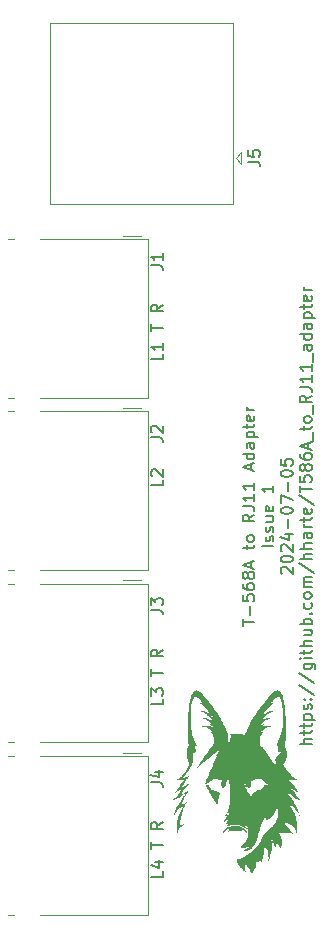
<source format=gbr>
G04 #@! TF.GenerationSoftware,KiCad,Pcbnew,8.0.3*
G04 #@! TF.CreationDate,2024-07-07T19:52:19-07:00*
G04 #@! TF.ProjectId,T568A_to_RJ11_adapter,54353638-415f-4746-9f5f-524a31315f61,1*
G04 #@! TF.SameCoordinates,Original*
G04 #@! TF.FileFunction,Legend,Top*
G04 #@! TF.FilePolarity,Positive*
%FSLAX46Y46*%
G04 Gerber Fmt 4.6, Leading zero omitted, Abs format (unit mm)*
G04 Created by KiCad (PCBNEW 8.0.3) date 2024-07-07 19:52:19*
%MOMM*%
%LPD*%
G01*
G04 APERTURE LIST*
%ADD10C,0.150000*%
%ADD11C,0.200000*%
%ADD12C,0.120000*%
%ADD13C,0.000000*%
G04 APERTURE END LIST*
D10*
X100750819Y-82700030D02*
X100750819Y-83176220D01*
X100750819Y-83176220D02*
X99750819Y-83176220D01*
X100750819Y-81842887D02*
X100750819Y-82414315D01*
X100750819Y-82128601D02*
X99750819Y-82128601D01*
X99750819Y-82128601D02*
X99893676Y-82223839D01*
X99893676Y-82223839D02*
X99988914Y-82319077D01*
X99988914Y-82319077D02*
X100036533Y-82414315D01*
X99750819Y-80795267D02*
X99750819Y-80223839D01*
X100750819Y-80509553D02*
X99750819Y-80509553D01*
X100750819Y-78557172D02*
X100274628Y-78890505D01*
X100750819Y-79128600D02*
X99750819Y-79128600D01*
X99750819Y-79128600D02*
X99750819Y-78747648D01*
X99750819Y-78747648D02*
X99798438Y-78652410D01*
X99798438Y-78652410D02*
X99846057Y-78604791D01*
X99846057Y-78604791D02*
X99941295Y-78557172D01*
X99941295Y-78557172D02*
X100084152Y-78557172D01*
X100084152Y-78557172D02*
X100179390Y-78604791D01*
X100179390Y-78604791D02*
X100227009Y-78652410D01*
X100227009Y-78652410D02*
X100274628Y-78747648D01*
X100274628Y-78747648D02*
X100274628Y-79128600D01*
X100750819Y-126515030D02*
X100750819Y-126991220D01*
X100750819Y-126991220D02*
X99750819Y-126991220D01*
X100084152Y-125753125D02*
X100750819Y-125753125D01*
X99703200Y-125991220D02*
X100417485Y-126229315D01*
X100417485Y-126229315D02*
X100417485Y-125610268D01*
X99750819Y-124610267D02*
X99750819Y-124038839D01*
X100750819Y-124324553D02*
X99750819Y-124324553D01*
X100750819Y-122372172D02*
X100274628Y-122705505D01*
X100750819Y-122943600D02*
X99750819Y-122943600D01*
X99750819Y-122943600D02*
X99750819Y-122562648D01*
X99750819Y-122562648D02*
X99798438Y-122467410D01*
X99798438Y-122467410D02*
X99846057Y-122419791D01*
X99846057Y-122419791D02*
X99941295Y-122372172D01*
X99941295Y-122372172D02*
X100084152Y-122372172D01*
X100084152Y-122372172D02*
X100179390Y-122419791D01*
X100179390Y-122419791D02*
X100227009Y-122467410D01*
X100227009Y-122467410D02*
X100274628Y-122562648D01*
X100274628Y-122562648D02*
X100274628Y-122943600D01*
D11*
X107491387Y-105752715D02*
X107491387Y-105181287D01*
X108491387Y-105467001D02*
X107491387Y-105467001D01*
X108110434Y-104847953D02*
X108110434Y-104086049D01*
X107491387Y-103133668D02*
X107491387Y-103609858D01*
X107491387Y-103609858D02*
X107967577Y-103657477D01*
X107967577Y-103657477D02*
X107919958Y-103609858D01*
X107919958Y-103609858D02*
X107872339Y-103514620D01*
X107872339Y-103514620D02*
X107872339Y-103276525D01*
X107872339Y-103276525D02*
X107919958Y-103181287D01*
X107919958Y-103181287D02*
X107967577Y-103133668D01*
X107967577Y-103133668D02*
X108062815Y-103086049D01*
X108062815Y-103086049D02*
X108300910Y-103086049D01*
X108300910Y-103086049D02*
X108396148Y-103133668D01*
X108396148Y-103133668D02*
X108443768Y-103181287D01*
X108443768Y-103181287D02*
X108491387Y-103276525D01*
X108491387Y-103276525D02*
X108491387Y-103514620D01*
X108491387Y-103514620D02*
X108443768Y-103609858D01*
X108443768Y-103609858D02*
X108396148Y-103657477D01*
X107491387Y-102228906D02*
X107491387Y-102419382D01*
X107491387Y-102419382D02*
X107539006Y-102514620D01*
X107539006Y-102514620D02*
X107586625Y-102562239D01*
X107586625Y-102562239D02*
X107729482Y-102657477D01*
X107729482Y-102657477D02*
X107919958Y-102705096D01*
X107919958Y-102705096D02*
X108300910Y-102705096D01*
X108300910Y-102705096D02*
X108396148Y-102657477D01*
X108396148Y-102657477D02*
X108443768Y-102609858D01*
X108443768Y-102609858D02*
X108491387Y-102514620D01*
X108491387Y-102514620D02*
X108491387Y-102324144D01*
X108491387Y-102324144D02*
X108443768Y-102228906D01*
X108443768Y-102228906D02*
X108396148Y-102181287D01*
X108396148Y-102181287D02*
X108300910Y-102133668D01*
X108300910Y-102133668D02*
X108062815Y-102133668D01*
X108062815Y-102133668D02*
X107967577Y-102181287D01*
X107967577Y-102181287D02*
X107919958Y-102228906D01*
X107919958Y-102228906D02*
X107872339Y-102324144D01*
X107872339Y-102324144D02*
X107872339Y-102514620D01*
X107872339Y-102514620D02*
X107919958Y-102609858D01*
X107919958Y-102609858D02*
X107967577Y-102657477D01*
X107967577Y-102657477D02*
X108062815Y-102705096D01*
X107919958Y-101562239D02*
X107872339Y-101657477D01*
X107872339Y-101657477D02*
X107824720Y-101705096D01*
X107824720Y-101705096D02*
X107729482Y-101752715D01*
X107729482Y-101752715D02*
X107681863Y-101752715D01*
X107681863Y-101752715D02*
X107586625Y-101705096D01*
X107586625Y-101705096D02*
X107539006Y-101657477D01*
X107539006Y-101657477D02*
X107491387Y-101562239D01*
X107491387Y-101562239D02*
X107491387Y-101371763D01*
X107491387Y-101371763D02*
X107539006Y-101276525D01*
X107539006Y-101276525D02*
X107586625Y-101228906D01*
X107586625Y-101228906D02*
X107681863Y-101181287D01*
X107681863Y-101181287D02*
X107729482Y-101181287D01*
X107729482Y-101181287D02*
X107824720Y-101228906D01*
X107824720Y-101228906D02*
X107872339Y-101276525D01*
X107872339Y-101276525D02*
X107919958Y-101371763D01*
X107919958Y-101371763D02*
X107919958Y-101562239D01*
X107919958Y-101562239D02*
X107967577Y-101657477D01*
X107967577Y-101657477D02*
X108015196Y-101705096D01*
X108015196Y-101705096D02*
X108110434Y-101752715D01*
X108110434Y-101752715D02*
X108300910Y-101752715D01*
X108300910Y-101752715D02*
X108396148Y-101705096D01*
X108396148Y-101705096D02*
X108443768Y-101657477D01*
X108443768Y-101657477D02*
X108491387Y-101562239D01*
X108491387Y-101562239D02*
X108491387Y-101371763D01*
X108491387Y-101371763D02*
X108443768Y-101276525D01*
X108443768Y-101276525D02*
X108396148Y-101228906D01*
X108396148Y-101228906D02*
X108300910Y-101181287D01*
X108300910Y-101181287D02*
X108110434Y-101181287D01*
X108110434Y-101181287D02*
X108015196Y-101228906D01*
X108015196Y-101228906D02*
X107967577Y-101276525D01*
X107967577Y-101276525D02*
X107919958Y-101371763D01*
X108205672Y-100800334D02*
X108205672Y-100324144D01*
X108491387Y-100895572D02*
X107491387Y-100562239D01*
X107491387Y-100562239D02*
X108491387Y-100228906D01*
X107824720Y-99276524D02*
X107824720Y-98895572D01*
X107491387Y-99133667D02*
X108348529Y-99133667D01*
X108348529Y-99133667D02*
X108443768Y-99086048D01*
X108443768Y-99086048D02*
X108491387Y-98990810D01*
X108491387Y-98990810D02*
X108491387Y-98895572D01*
X108491387Y-98419381D02*
X108443768Y-98514619D01*
X108443768Y-98514619D02*
X108396148Y-98562238D01*
X108396148Y-98562238D02*
X108300910Y-98609857D01*
X108300910Y-98609857D02*
X108015196Y-98609857D01*
X108015196Y-98609857D02*
X107919958Y-98562238D01*
X107919958Y-98562238D02*
X107872339Y-98514619D01*
X107872339Y-98514619D02*
X107824720Y-98419381D01*
X107824720Y-98419381D02*
X107824720Y-98276524D01*
X107824720Y-98276524D02*
X107872339Y-98181286D01*
X107872339Y-98181286D02*
X107919958Y-98133667D01*
X107919958Y-98133667D02*
X108015196Y-98086048D01*
X108015196Y-98086048D02*
X108300910Y-98086048D01*
X108300910Y-98086048D02*
X108396148Y-98133667D01*
X108396148Y-98133667D02*
X108443768Y-98181286D01*
X108443768Y-98181286D02*
X108491387Y-98276524D01*
X108491387Y-98276524D02*
X108491387Y-98419381D01*
X108491387Y-96324143D02*
X108015196Y-96657476D01*
X108491387Y-96895571D02*
X107491387Y-96895571D01*
X107491387Y-96895571D02*
X107491387Y-96514619D01*
X107491387Y-96514619D02*
X107539006Y-96419381D01*
X107539006Y-96419381D02*
X107586625Y-96371762D01*
X107586625Y-96371762D02*
X107681863Y-96324143D01*
X107681863Y-96324143D02*
X107824720Y-96324143D01*
X107824720Y-96324143D02*
X107919958Y-96371762D01*
X107919958Y-96371762D02*
X107967577Y-96419381D01*
X107967577Y-96419381D02*
X108015196Y-96514619D01*
X108015196Y-96514619D02*
X108015196Y-96895571D01*
X107491387Y-95609857D02*
X108205672Y-95609857D01*
X108205672Y-95609857D02*
X108348529Y-95657476D01*
X108348529Y-95657476D02*
X108443768Y-95752714D01*
X108443768Y-95752714D02*
X108491387Y-95895571D01*
X108491387Y-95895571D02*
X108491387Y-95990809D01*
X108491387Y-94609857D02*
X108491387Y-95181285D01*
X108491387Y-94895571D02*
X107491387Y-94895571D01*
X107491387Y-94895571D02*
X107634244Y-94990809D01*
X107634244Y-94990809D02*
X107729482Y-95086047D01*
X107729482Y-95086047D02*
X107777101Y-95181285D01*
X108491387Y-93657476D02*
X108491387Y-94228904D01*
X108491387Y-93943190D02*
X107491387Y-93943190D01*
X107491387Y-93943190D02*
X107634244Y-94038428D01*
X107634244Y-94038428D02*
X107729482Y-94133666D01*
X107729482Y-94133666D02*
X107777101Y-94228904D01*
X108205672Y-92514618D02*
X108205672Y-92038428D01*
X108491387Y-92609856D02*
X107491387Y-92276523D01*
X107491387Y-92276523D02*
X108491387Y-91943190D01*
X108491387Y-91181285D02*
X107491387Y-91181285D01*
X108443768Y-91181285D02*
X108491387Y-91276523D01*
X108491387Y-91276523D02*
X108491387Y-91466999D01*
X108491387Y-91466999D02*
X108443768Y-91562237D01*
X108443768Y-91562237D02*
X108396148Y-91609856D01*
X108396148Y-91609856D02*
X108300910Y-91657475D01*
X108300910Y-91657475D02*
X108015196Y-91657475D01*
X108015196Y-91657475D02*
X107919958Y-91609856D01*
X107919958Y-91609856D02*
X107872339Y-91562237D01*
X107872339Y-91562237D02*
X107824720Y-91466999D01*
X107824720Y-91466999D02*
X107824720Y-91276523D01*
X107824720Y-91276523D02*
X107872339Y-91181285D01*
X108491387Y-90276523D02*
X107967577Y-90276523D01*
X107967577Y-90276523D02*
X107872339Y-90324142D01*
X107872339Y-90324142D02*
X107824720Y-90419380D01*
X107824720Y-90419380D02*
X107824720Y-90609856D01*
X107824720Y-90609856D02*
X107872339Y-90705094D01*
X108443768Y-90276523D02*
X108491387Y-90371761D01*
X108491387Y-90371761D02*
X108491387Y-90609856D01*
X108491387Y-90609856D02*
X108443768Y-90705094D01*
X108443768Y-90705094D02*
X108348529Y-90752713D01*
X108348529Y-90752713D02*
X108253291Y-90752713D01*
X108253291Y-90752713D02*
X108158053Y-90705094D01*
X108158053Y-90705094D02*
X108110434Y-90609856D01*
X108110434Y-90609856D02*
X108110434Y-90371761D01*
X108110434Y-90371761D02*
X108062815Y-90276523D01*
X107824720Y-89800332D02*
X108824720Y-89800332D01*
X107872339Y-89800332D02*
X107824720Y-89705094D01*
X107824720Y-89705094D02*
X107824720Y-89514618D01*
X107824720Y-89514618D02*
X107872339Y-89419380D01*
X107872339Y-89419380D02*
X107919958Y-89371761D01*
X107919958Y-89371761D02*
X108015196Y-89324142D01*
X108015196Y-89324142D02*
X108300910Y-89324142D01*
X108300910Y-89324142D02*
X108396148Y-89371761D01*
X108396148Y-89371761D02*
X108443768Y-89419380D01*
X108443768Y-89419380D02*
X108491387Y-89514618D01*
X108491387Y-89514618D02*
X108491387Y-89705094D01*
X108491387Y-89705094D02*
X108443768Y-89800332D01*
X107824720Y-89038427D02*
X107824720Y-88657475D01*
X107491387Y-88895570D02*
X108348529Y-88895570D01*
X108348529Y-88895570D02*
X108443768Y-88847951D01*
X108443768Y-88847951D02*
X108491387Y-88752713D01*
X108491387Y-88752713D02*
X108491387Y-88657475D01*
X108443768Y-87943189D02*
X108491387Y-88038427D01*
X108491387Y-88038427D02*
X108491387Y-88228903D01*
X108491387Y-88228903D02*
X108443768Y-88324141D01*
X108443768Y-88324141D02*
X108348529Y-88371760D01*
X108348529Y-88371760D02*
X107967577Y-88371760D01*
X107967577Y-88371760D02*
X107872339Y-88324141D01*
X107872339Y-88324141D02*
X107824720Y-88228903D01*
X107824720Y-88228903D02*
X107824720Y-88038427D01*
X107824720Y-88038427D02*
X107872339Y-87943189D01*
X107872339Y-87943189D02*
X107967577Y-87895570D01*
X107967577Y-87895570D02*
X108062815Y-87895570D01*
X108062815Y-87895570D02*
X108158053Y-88371760D01*
X108491387Y-87466998D02*
X107824720Y-87466998D01*
X108015196Y-87466998D02*
X107919958Y-87419379D01*
X107919958Y-87419379D02*
X107872339Y-87371760D01*
X107872339Y-87371760D02*
X107824720Y-87276522D01*
X107824720Y-87276522D02*
X107824720Y-87181284D01*
X110101331Y-99014618D02*
X109101331Y-99014618D01*
X110053712Y-98586047D02*
X110101331Y-98490809D01*
X110101331Y-98490809D02*
X110101331Y-98300333D01*
X110101331Y-98300333D02*
X110053712Y-98205095D01*
X110053712Y-98205095D02*
X109958473Y-98157476D01*
X109958473Y-98157476D02*
X109910854Y-98157476D01*
X109910854Y-98157476D02*
X109815616Y-98205095D01*
X109815616Y-98205095D02*
X109767997Y-98300333D01*
X109767997Y-98300333D02*
X109767997Y-98443190D01*
X109767997Y-98443190D02*
X109720378Y-98538428D01*
X109720378Y-98538428D02*
X109625140Y-98586047D01*
X109625140Y-98586047D02*
X109577521Y-98586047D01*
X109577521Y-98586047D02*
X109482283Y-98538428D01*
X109482283Y-98538428D02*
X109434664Y-98443190D01*
X109434664Y-98443190D02*
X109434664Y-98300333D01*
X109434664Y-98300333D02*
X109482283Y-98205095D01*
X110053712Y-97776523D02*
X110101331Y-97681285D01*
X110101331Y-97681285D02*
X110101331Y-97490809D01*
X110101331Y-97490809D02*
X110053712Y-97395571D01*
X110053712Y-97395571D02*
X109958473Y-97347952D01*
X109958473Y-97347952D02*
X109910854Y-97347952D01*
X109910854Y-97347952D02*
X109815616Y-97395571D01*
X109815616Y-97395571D02*
X109767997Y-97490809D01*
X109767997Y-97490809D02*
X109767997Y-97633666D01*
X109767997Y-97633666D02*
X109720378Y-97728904D01*
X109720378Y-97728904D02*
X109625140Y-97776523D01*
X109625140Y-97776523D02*
X109577521Y-97776523D01*
X109577521Y-97776523D02*
X109482283Y-97728904D01*
X109482283Y-97728904D02*
X109434664Y-97633666D01*
X109434664Y-97633666D02*
X109434664Y-97490809D01*
X109434664Y-97490809D02*
X109482283Y-97395571D01*
X109434664Y-96490809D02*
X110101331Y-96490809D01*
X109434664Y-96919380D02*
X109958473Y-96919380D01*
X109958473Y-96919380D02*
X110053712Y-96871761D01*
X110053712Y-96871761D02*
X110101331Y-96776523D01*
X110101331Y-96776523D02*
X110101331Y-96633666D01*
X110101331Y-96633666D02*
X110053712Y-96538428D01*
X110053712Y-96538428D02*
X110006092Y-96490809D01*
X110053712Y-95633666D02*
X110101331Y-95728904D01*
X110101331Y-95728904D02*
X110101331Y-95919380D01*
X110101331Y-95919380D02*
X110053712Y-96014618D01*
X110053712Y-96014618D02*
X109958473Y-96062237D01*
X109958473Y-96062237D02*
X109577521Y-96062237D01*
X109577521Y-96062237D02*
X109482283Y-96014618D01*
X109482283Y-96014618D02*
X109434664Y-95919380D01*
X109434664Y-95919380D02*
X109434664Y-95728904D01*
X109434664Y-95728904D02*
X109482283Y-95633666D01*
X109482283Y-95633666D02*
X109577521Y-95586047D01*
X109577521Y-95586047D02*
X109672759Y-95586047D01*
X109672759Y-95586047D02*
X109767997Y-96062237D01*
X110101331Y-93871761D02*
X110101331Y-94443189D01*
X110101331Y-94157475D02*
X109101331Y-94157475D01*
X109101331Y-94157475D02*
X109244188Y-94252713D01*
X109244188Y-94252713D02*
X109339426Y-94347951D01*
X109339426Y-94347951D02*
X109387045Y-94443189D01*
X110806513Y-101324142D02*
X110758894Y-101276523D01*
X110758894Y-101276523D02*
X110711275Y-101181285D01*
X110711275Y-101181285D02*
X110711275Y-100943190D01*
X110711275Y-100943190D02*
X110758894Y-100847952D01*
X110758894Y-100847952D02*
X110806513Y-100800333D01*
X110806513Y-100800333D02*
X110901751Y-100752714D01*
X110901751Y-100752714D02*
X110996989Y-100752714D01*
X110996989Y-100752714D02*
X111139846Y-100800333D01*
X111139846Y-100800333D02*
X111711275Y-101371761D01*
X111711275Y-101371761D02*
X111711275Y-100752714D01*
X110711275Y-100133666D02*
X110711275Y-100038428D01*
X110711275Y-100038428D02*
X110758894Y-99943190D01*
X110758894Y-99943190D02*
X110806513Y-99895571D01*
X110806513Y-99895571D02*
X110901751Y-99847952D01*
X110901751Y-99847952D02*
X111092227Y-99800333D01*
X111092227Y-99800333D02*
X111330322Y-99800333D01*
X111330322Y-99800333D02*
X111520798Y-99847952D01*
X111520798Y-99847952D02*
X111616036Y-99895571D01*
X111616036Y-99895571D02*
X111663656Y-99943190D01*
X111663656Y-99943190D02*
X111711275Y-100038428D01*
X111711275Y-100038428D02*
X111711275Y-100133666D01*
X111711275Y-100133666D02*
X111663656Y-100228904D01*
X111663656Y-100228904D02*
X111616036Y-100276523D01*
X111616036Y-100276523D02*
X111520798Y-100324142D01*
X111520798Y-100324142D02*
X111330322Y-100371761D01*
X111330322Y-100371761D02*
X111092227Y-100371761D01*
X111092227Y-100371761D02*
X110901751Y-100324142D01*
X110901751Y-100324142D02*
X110806513Y-100276523D01*
X110806513Y-100276523D02*
X110758894Y-100228904D01*
X110758894Y-100228904D02*
X110711275Y-100133666D01*
X110806513Y-99419380D02*
X110758894Y-99371761D01*
X110758894Y-99371761D02*
X110711275Y-99276523D01*
X110711275Y-99276523D02*
X110711275Y-99038428D01*
X110711275Y-99038428D02*
X110758894Y-98943190D01*
X110758894Y-98943190D02*
X110806513Y-98895571D01*
X110806513Y-98895571D02*
X110901751Y-98847952D01*
X110901751Y-98847952D02*
X110996989Y-98847952D01*
X110996989Y-98847952D02*
X111139846Y-98895571D01*
X111139846Y-98895571D02*
X111711275Y-99466999D01*
X111711275Y-99466999D02*
X111711275Y-98847952D01*
X111044608Y-97990809D02*
X111711275Y-97990809D01*
X110663656Y-98228904D02*
X111377941Y-98466999D01*
X111377941Y-98466999D02*
X111377941Y-97847952D01*
X111330322Y-97466999D02*
X111330322Y-96705095D01*
X110711275Y-96038428D02*
X110711275Y-95943190D01*
X110711275Y-95943190D02*
X110758894Y-95847952D01*
X110758894Y-95847952D02*
X110806513Y-95800333D01*
X110806513Y-95800333D02*
X110901751Y-95752714D01*
X110901751Y-95752714D02*
X111092227Y-95705095D01*
X111092227Y-95705095D02*
X111330322Y-95705095D01*
X111330322Y-95705095D02*
X111520798Y-95752714D01*
X111520798Y-95752714D02*
X111616036Y-95800333D01*
X111616036Y-95800333D02*
X111663656Y-95847952D01*
X111663656Y-95847952D02*
X111711275Y-95943190D01*
X111711275Y-95943190D02*
X111711275Y-96038428D01*
X111711275Y-96038428D02*
X111663656Y-96133666D01*
X111663656Y-96133666D02*
X111616036Y-96181285D01*
X111616036Y-96181285D02*
X111520798Y-96228904D01*
X111520798Y-96228904D02*
X111330322Y-96276523D01*
X111330322Y-96276523D02*
X111092227Y-96276523D01*
X111092227Y-96276523D02*
X110901751Y-96228904D01*
X110901751Y-96228904D02*
X110806513Y-96181285D01*
X110806513Y-96181285D02*
X110758894Y-96133666D01*
X110758894Y-96133666D02*
X110711275Y-96038428D01*
X110711275Y-95371761D02*
X110711275Y-94705095D01*
X110711275Y-94705095D02*
X111711275Y-95133666D01*
X111330322Y-94324142D02*
X111330322Y-93562238D01*
X110711275Y-92895571D02*
X110711275Y-92800333D01*
X110711275Y-92800333D02*
X110758894Y-92705095D01*
X110758894Y-92705095D02*
X110806513Y-92657476D01*
X110806513Y-92657476D02*
X110901751Y-92609857D01*
X110901751Y-92609857D02*
X111092227Y-92562238D01*
X111092227Y-92562238D02*
X111330322Y-92562238D01*
X111330322Y-92562238D02*
X111520798Y-92609857D01*
X111520798Y-92609857D02*
X111616036Y-92657476D01*
X111616036Y-92657476D02*
X111663656Y-92705095D01*
X111663656Y-92705095D02*
X111711275Y-92800333D01*
X111711275Y-92800333D02*
X111711275Y-92895571D01*
X111711275Y-92895571D02*
X111663656Y-92990809D01*
X111663656Y-92990809D02*
X111616036Y-93038428D01*
X111616036Y-93038428D02*
X111520798Y-93086047D01*
X111520798Y-93086047D02*
X111330322Y-93133666D01*
X111330322Y-93133666D02*
X111092227Y-93133666D01*
X111092227Y-93133666D02*
X110901751Y-93086047D01*
X110901751Y-93086047D02*
X110806513Y-93038428D01*
X110806513Y-93038428D02*
X110758894Y-92990809D01*
X110758894Y-92990809D02*
X110711275Y-92895571D01*
X110711275Y-91657476D02*
X110711275Y-92133666D01*
X110711275Y-92133666D02*
X111187465Y-92181285D01*
X111187465Y-92181285D02*
X111139846Y-92133666D01*
X111139846Y-92133666D02*
X111092227Y-92038428D01*
X111092227Y-92038428D02*
X111092227Y-91800333D01*
X111092227Y-91800333D02*
X111139846Y-91705095D01*
X111139846Y-91705095D02*
X111187465Y-91657476D01*
X111187465Y-91657476D02*
X111282703Y-91609857D01*
X111282703Y-91609857D02*
X111520798Y-91609857D01*
X111520798Y-91609857D02*
X111616036Y-91657476D01*
X111616036Y-91657476D02*
X111663656Y-91705095D01*
X111663656Y-91705095D02*
X111711275Y-91800333D01*
X111711275Y-91800333D02*
X111711275Y-92038428D01*
X111711275Y-92038428D02*
X111663656Y-92133666D01*
X111663656Y-92133666D02*
X111616036Y-92181285D01*
X113321219Y-115728906D02*
X112321219Y-115728906D01*
X113321219Y-115300335D02*
X112797409Y-115300335D01*
X112797409Y-115300335D02*
X112702171Y-115347954D01*
X112702171Y-115347954D02*
X112654552Y-115443192D01*
X112654552Y-115443192D02*
X112654552Y-115586049D01*
X112654552Y-115586049D02*
X112702171Y-115681287D01*
X112702171Y-115681287D02*
X112749790Y-115728906D01*
X112654552Y-114967001D02*
X112654552Y-114586049D01*
X112321219Y-114824144D02*
X113178361Y-114824144D01*
X113178361Y-114824144D02*
X113273600Y-114776525D01*
X113273600Y-114776525D02*
X113321219Y-114681287D01*
X113321219Y-114681287D02*
X113321219Y-114586049D01*
X112654552Y-114395572D02*
X112654552Y-114014620D01*
X112321219Y-114252715D02*
X113178361Y-114252715D01*
X113178361Y-114252715D02*
X113273600Y-114205096D01*
X113273600Y-114205096D02*
X113321219Y-114109858D01*
X113321219Y-114109858D02*
X113321219Y-114014620D01*
X112654552Y-113681286D02*
X113654552Y-113681286D01*
X112702171Y-113681286D02*
X112654552Y-113586048D01*
X112654552Y-113586048D02*
X112654552Y-113395572D01*
X112654552Y-113395572D02*
X112702171Y-113300334D01*
X112702171Y-113300334D02*
X112749790Y-113252715D01*
X112749790Y-113252715D02*
X112845028Y-113205096D01*
X112845028Y-113205096D02*
X113130742Y-113205096D01*
X113130742Y-113205096D02*
X113225980Y-113252715D01*
X113225980Y-113252715D02*
X113273600Y-113300334D01*
X113273600Y-113300334D02*
X113321219Y-113395572D01*
X113321219Y-113395572D02*
X113321219Y-113586048D01*
X113321219Y-113586048D02*
X113273600Y-113681286D01*
X113273600Y-112824143D02*
X113321219Y-112728905D01*
X113321219Y-112728905D02*
X113321219Y-112538429D01*
X113321219Y-112538429D02*
X113273600Y-112443191D01*
X113273600Y-112443191D02*
X113178361Y-112395572D01*
X113178361Y-112395572D02*
X113130742Y-112395572D01*
X113130742Y-112395572D02*
X113035504Y-112443191D01*
X113035504Y-112443191D02*
X112987885Y-112538429D01*
X112987885Y-112538429D02*
X112987885Y-112681286D01*
X112987885Y-112681286D02*
X112940266Y-112776524D01*
X112940266Y-112776524D02*
X112845028Y-112824143D01*
X112845028Y-112824143D02*
X112797409Y-112824143D01*
X112797409Y-112824143D02*
X112702171Y-112776524D01*
X112702171Y-112776524D02*
X112654552Y-112681286D01*
X112654552Y-112681286D02*
X112654552Y-112538429D01*
X112654552Y-112538429D02*
X112702171Y-112443191D01*
X113225980Y-111967000D02*
X113273600Y-111919381D01*
X113273600Y-111919381D02*
X113321219Y-111967000D01*
X113321219Y-111967000D02*
X113273600Y-112014619D01*
X113273600Y-112014619D02*
X113225980Y-111967000D01*
X113225980Y-111967000D02*
X113321219Y-111967000D01*
X112702171Y-111967000D02*
X112749790Y-111919381D01*
X112749790Y-111919381D02*
X112797409Y-111967000D01*
X112797409Y-111967000D02*
X112749790Y-112014619D01*
X112749790Y-112014619D02*
X112702171Y-111967000D01*
X112702171Y-111967000D02*
X112797409Y-111967000D01*
X112273600Y-110776525D02*
X113559314Y-111633667D01*
X112273600Y-109728906D02*
X113559314Y-110586048D01*
X112654552Y-108967001D02*
X113464076Y-108967001D01*
X113464076Y-108967001D02*
X113559314Y-109014620D01*
X113559314Y-109014620D02*
X113606933Y-109062239D01*
X113606933Y-109062239D02*
X113654552Y-109157477D01*
X113654552Y-109157477D02*
X113654552Y-109300334D01*
X113654552Y-109300334D02*
X113606933Y-109395572D01*
X113273600Y-108967001D02*
X113321219Y-109062239D01*
X113321219Y-109062239D02*
X113321219Y-109252715D01*
X113321219Y-109252715D02*
X113273600Y-109347953D01*
X113273600Y-109347953D02*
X113225980Y-109395572D01*
X113225980Y-109395572D02*
X113130742Y-109443191D01*
X113130742Y-109443191D02*
X112845028Y-109443191D01*
X112845028Y-109443191D02*
X112749790Y-109395572D01*
X112749790Y-109395572D02*
X112702171Y-109347953D01*
X112702171Y-109347953D02*
X112654552Y-109252715D01*
X112654552Y-109252715D02*
X112654552Y-109062239D01*
X112654552Y-109062239D02*
X112702171Y-108967001D01*
X113321219Y-108490810D02*
X112654552Y-108490810D01*
X112321219Y-108490810D02*
X112368838Y-108538429D01*
X112368838Y-108538429D02*
X112416457Y-108490810D01*
X112416457Y-108490810D02*
X112368838Y-108443191D01*
X112368838Y-108443191D02*
X112321219Y-108490810D01*
X112321219Y-108490810D02*
X112416457Y-108490810D01*
X112654552Y-108157477D02*
X112654552Y-107776525D01*
X112321219Y-108014620D02*
X113178361Y-108014620D01*
X113178361Y-108014620D02*
X113273600Y-107967001D01*
X113273600Y-107967001D02*
X113321219Y-107871763D01*
X113321219Y-107871763D02*
X113321219Y-107776525D01*
X113321219Y-107443191D02*
X112321219Y-107443191D01*
X113321219Y-107014620D02*
X112797409Y-107014620D01*
X112797409Y-107014620D02*
X112702171Y-107062239D01*
X112702171Y-107062239D02*
X112654552Y-107157477D01*
X112654552Y-107157477D02*
X112654552Y-107300334D01*
X112654552Y-107300334D02*
X112702171Y-107395572D01*
X112702171Y-107395572D02*
X112749790Y-107443191D01*
X112654552Y-106109858D02*
X113321219Y-106109858D01*
X112654552Y-106538429D02*
X113178361Y-106538429D01*
X113178361Y-106538429D02*
X113273600Y-106490810D01*
X113273600Y-106490810D02*
X113321219Y-106395572D01*
X113321219Y-106395572D02*
X113321219Y-106252715D01*
X113321219Y-106252715D02*
X113273600Y-106157477D01*
X113273600Y-106157477D02*
X113225980Y-106109858D01*
X113321219Y-105633667D02*
X112321219Y-105633667D01*
X112702171Y-105633667D02*
X112654552Y-105538429D01*
X112654552Y-105538429D02*
X112654552Y-105347953D01*
X112654552Y-105347953D02*
X112702171Y-105252715D01*
X112702171Y-105252715D02*
X112749790Y-105205096D01*
X112749790Y-105205096D02*
X112845028Y-105157477D01*
X112845028Y-105157477D02*
X113130742Y-105157477D01*
X113130742Y-105157477D02*
X113225980Y-105205096D01*
X113225980Y-105205096D02*
X113273600Y-105252715D01*
X113273600Y-105252715D02*
X113321219Y-105347953D01*
X113321219Y-105347953D02*
X113321219Y-105538429D01*
X113321219Y-105538429D02*
X113273600Y-105633667D01*
X113225980Y-104728905D02*
X113273600Y-104681286D01*
X113273600Y-104681286D02*
X113321219Y-104728905D01*
X113321219Y-104728905D02*
X113273600Y-104776524D01*
X113273600Y-104776524D02*
X113225980Y-104728905D01*
X113225980Y-104728905D02*
X113321219Y-104728905D01*
X113273600Y-103824144D02*
X113321219Y-103919382D01*
X113321219Y-103919382D02*
X113321219Y-104109858D01*
X113321219Y-104109858D02*
X113273600Y-104205096D01*
X113273600Y-104205096D02*
X113225980Y-104252715D01*
X113225980Y-104252715D02*
X113130742Y-104300334D01*
X113130742Y-104300334D02*
X112845028Y-104300334D01*
X112845028Y-104300334D02*
X112749790Y-104252715D01*
X112749790Y-104252715D02*
X112702171Y-104205096D01*
X112702171Y-104205096D02*
X112654552Y-104109858D01*
X112654552Y-104109858D02*
X112654552Y-103919382D01*
X112654552Y-103919382D02*
X112702171Y-103824144D01*
X113321219Y-103252715D02*
X113273600Y-103347953D01*
X113273600Y-103347953D02*
X113225980Y-103395572D01*
X113225980Y-103395572D02*
X113130742Y-103443191D01*
X113130742Y-103443191D02*
X112845028Y-103443191D01*
X112845028Y-103443191D02*
X112749790Y-103395572D01*
X112749790Y-103395572D02*
X112702171Y-103347953D01*
X112702171Y-103347953D02*
X112654552Y-103252715D01*
X112654552Y-103252715D02*
X112654552Y-103109858D01*
X112654552Y-103109858D02*
X112702171Y-103014620D01*
X112702171Y-103014620D02*
X112749790Y-102967001D01*
X112749790Y-102967001D02*
X112845028Y-102919382D01*
X112845028Y-102919382D02*
X113130742Y-102919382D01*
X113130742Y-102919382D02*
X113225980Y-102967001D01*
X113225980Y-102967001D02*
X113273600Y-103014620D01*
X113273600Y-103014620D02*
X113321219Y-103109858D01*
X113321219Y-103109858D02*
X113321219Y-103252715D01*
X113321219Y-102490810D02*
X112654552Y-102490810D01*
X112749790Y-102490810D02*
X112702171Y-102443191D01*
X112702171Y-102443191D02*
X112654552Y-102347953D01*
X112654552Y-102347953D02*
X112654552Y-102205096D01*
X112654552Y-102205096D02*
X112702171Y-102109858D01*
X112702171Y-102109858D02*
X112797409Y-102062239D01*
X112797409Y-102062239D02*
X113321219Y-102062239D01*
X112797409Y-102062239D02*
X112702171Y-102014620D01*
X112702171Y-102014620D02*
X112654552Y-101919382D01*
X112654552Y-101919382D02*
X112654552Y-101776525D01*
X112654552Y-101776525D02*
X112702171Y-101681286D01*
X112702171Y-101681286D02*
X112797409Y-101633667D01*
X112797409Y-101633667D02*
X113321219Y-101633667D01*
X112273600Y-100443192D02*
X113559314Y-101300334D01*
X113321219Y-100109858D02*
X112321219Y-100109858D01*
X113321219Y-99681287D02*
X112797409Y-99681287D01*
X112797409Y-99681287D02*
X112702171Y-99728906D01*
X112702171Y-99728906D02*
X112654552Y-99824144D01*
X112654552Y-99824144D02*
X112654552Y-99967001D01*
X112654552Y-99967001D02*
X112702171Y-100062239D01*
X112702171Y-100062239D02*
X112749790Y-100109858D01*
X113321219Y-99205096D02*
X112321219Y-99205096D01*
X113321219Y-98776525D02*
X112797409Y-98776525D01*
X112797409Y-98776525D02*
X112702171Y-98824144D01*
X112702171Y-98824144D02*
X112654552Y-98919382D01*
X112654552Y-98919382D02*
X112654552Y-99062239D01*
X112654552Y-99062239D02*
X112702171Y-99157477D01*
X112702171Y-99157477D02*
X112749790Y-99205096D01*
X113321219Y-97871763D02*
X112797409Y-97871763D01*
X112797409Y-97871763D02*
X112702171Y-97919382D01*
X112702171Y-97919382D02*
X112654552Y-98014620D01*
X112654552Y-98014620D02*
X112654552Y-98205096D01*
X112654552Y-98205096D02*
X112702171Y-98300334D01*
X113273600Y-97871763D02*
X113321219Y-97967001D01*
X113321219Y-97967001D02*
X113321219Y-98205096D01*
X113321219Y-98205096D02*
X113273600Y-98300334D01*
X113273600Y-98300334D02*
X113178361Y-98347953D01*
X113178361Y-98347953D02*
X113083123Y-98347953D01*
X113083123Y-98347953D02*
X112987885Y-98300334D01*
X112987885Y-98300334D02*
X112940266Y-98205096D01*
X112940266Y-98205096D02*
X112940266Y-97967001D01*
X112940266Y-97967001D02*
X112892647Y-97871763D01*
X113321219Y-97395572D02*
X112654552Y-97395572D01*
X112845028Y-97395572D02*
X112749790Y-97347953D01*
X112749790Y-97347953D02*
X112702171Y-97300334D01*
X112702171Y-97300334D02*
X112654552Y-97205096D01*
X112654552Y-97205096D02*
X112654552Y-97109858D01*
X112654552Y-96919381D02*
X112654552Y-96538429D01*
X112321219Y-96776524D02*
X113178361Y-96776524D01*
X113178361Y-96776524D02*
X113273600Y-96728905D01*
X113273600Y-96728905D02*
X113321219Y-96633667D01*
X113321219Y-96633667D02*
X113321219Y-96538429D01*
X113273600Y-95824143D02*
X113321219Y-95919381D01*
X113321219Y-95919381D02*
X113321219Y-96109857D01*
X113321219Y-96109857D02*
X113273600Y-96205095D01*
X113273600Y-96205095D02*
X113178361Y-96252714D01*
X113178361Y-96252714D02*
X112797409Y-96252714D01*
X112797409Y-96252714D02*
X112702171Y-96205095D01*
X112702171Y-96205095D02*
X112654552Y-96109857D01*
X112654552Y-96109857D02*
X112654552Y-95919381D01*
X112654552Y-95919381D02*
X112702171Y-95824143D01*
X112702171Y-95824143D02*
X112797409Y-95776524D01*
X112797409Y-95776524D02*
X112892647Y-95776524D01*
X112892647Y-95776524D02*
X112987885Y-96252714D01*
X112273600Y-94633667D02*
X113559314Y-95490809D01*
X112321219Y-94443190D02*
X112321219Y-93871762D01*
X113321219Y-94157476D02*
X112321219Y-94157476D01*
X112321219Y-93062238D02*
X112321219Y-93538428D01*
X112321219Y-93538428D02*
X112797409Y-93586047D01*
X112797409Y-93586047D02*
X112749790Y-93538428D01*
X112749790Y-93538428D02*
X112702171Y-93443190D01*
X112702171Y-93443190D02*
X112702171Y-93205095D01*
X112702171Y-93205095D02*
X112749790Y-93109857D01*
X112749790Y-93109857D02*
X112797409Y-93062238D01*
X112797409Y-93062238D02*
X112892647Y-93014619D01*
X112892647Y-93014619D02*
X113130742Y-93014619D01*
X113130742Y-93014619D02*
X113225980Y-93062238D01*
X113225980Y-93062238D02*
X113273600Y-93109857D01*
X113273600Y-93109857D02*
X113321219Y-93205095D01*
X113321219Y-93205095D02*
X113321219Y-93443190D01*
X113321219Y-93443190D02*
X113273600Y-93538428D01*
X113273600Y-93538428D02*
X113225980Y-93586047D01*
X112749790Y-92443190D02*
X112702171Y-92538428D01*
X112702171Y-92538428D02*
X112654552Y-92586047D01*
X112654552Y-92586047D02*
X112559314Y-92633666D01*
X112559314Y-92633666D02*
X112511695Y-92633666D01*
X112511695Y-92633666D02*
X112416457Y-92586047D01*
X112416457Y-92586047D02*
X112368838Y-92538428D01*
X112368838Y-92538428D02*
X112321219Y-92443190D01*
X112321219Y-92443190D02*
X112321219Y-92252714D01*
X112321219Y-92252714D02*
X112368838Y-92157476D01*
X112368838Y-92157476D02*
X112416457Y-92109857D01*
X112416457Y-92109857D02*
X112511695Y-92062238D01*
X112511695Y-92062238D02*
X112559314Y-92062238D01*
X112559314Y-92062238D02*
X112654552Y-92109857D01*
X112654552Y-92109857D02*
X112702171Y-92157476D01*
X112702171Y-92157476D02*
X112749790Y-92252714D01*
X112749790Y-92252714D02*
X112749790Y-92443190D01*
X112749790Y-92443190D02*
X112797409Y-92538428D01*
X112797409Y-92538428D02*
X112845028Y-92586047D01*
X112845028Y-92586047D02*
X112940266Y-92633666D01*
X112940266Y-92633666D02*
X113130742Y-92633666D01*
X113130742Y-92633666D02*
X113225980Y-92586047D01*
X113225980Y-92586047D02*
X113273600Y-92538428D01*
X113273600Y-92538428D02*
X113321219Y-92443190D01*
X113321219Y-92443190D02*
X113321219Y-92252714D01*
X113321219Y-92252714D02*
X113273600Y-92157476D01*
X113273600Y-92157476D02*
X113225980Y-92109857D01*
X113225980Y-92109857D02*
X113130742Y-92062238D01*
X113130742Y-92062238D02*
X112940266Y-92062238D01*
X112940266Y-92062238D02*
X112845028Y-92109857D01*
X112845028Y-92109857D02*
X112797409Y-92157476D01*
X112797409Y-92157476D02*
X112749790Y-92252714D01*
X112321219Y-91205095D02*
X112321219Y-91395571D01*
X112321219Y-91395571D02*
X112368838Y-91490809D01*
X112368838Y-91490809D02*
X112416457Y-91538428D01*
X112416457Y-91538428D02*
X112559314Y-91633666D01*
X112559314Y-91633666D02*
X112749790Y-91681285D01*
X112749790Y-91681285D02*
X113130742Y-91681285D01*
X113130742Y-91681285D02*
X113225980Y-91633666D01*
X113225980Y-91633666D02*
X113273600Y-91586047D01*
X113273600Y-91586047D02*
X113321219Y-91490809D01*
X113321219Y-91490809D02*
X113321219Y-91300333D01*
X113321219Y-91300333D02*
X113273600Y-91205095D01*
X113273600Y-91205095D02*
X113225980Y-91157476D01*
X113225980Y-91157476D02*
X113130742Y-91109857D01*
X113130742Y-91109857D02*
X112892647Y-91109857D01*
X112892647Y-91109857D02*
X112797409Y-91157476D01*
X112797409Y-91157476D02*
X112749790Y-91205095D01*
X112749790Y-91205095D02*
X112702171Y-91300333D01*
X112702171Y-91300333D02*
X112702171Y-91490809D01*
X112702171Y-91490809D02*
X112749790Y-91586047D01*
X112749790Y-91586047D02*
X112797409Y-91633666D01*
X112797409Y-91633666D02*
X112892647Y-91681285D01*
X113035504Y-90728904D02*
X113035504Y-90252714D01*
X113321219Y-90824142D02*
X112321219Y-90490809D01*
X112321219Y-90490809D02*
X113321219Y-90157476D01*
X113416457Y-90062238D02*
X113416457Y-89300333D01*
X112654552Y-89205094D02*
X112654552Y-88824142D01*
X112321219Y-89062237D02*
X113178361Y-89062237D01*
X113178361Y-89062237D02*
X113273600Y-89014618D01*
X113273600Y-89014618D02*
X113321219Y-88919380D01*
X113321219Y-88919380D02*
X113321219Y-88824142D01*
X113321219Y-88347951D02*
X113273600Y-88443189D01*
X113273600Y-88443189D02*
X113225980Y-88490808D01*
X113225980Y-88490808D02*
X113130742Y-88538427D01*
X113130742Y-88538427D02*
X112845028Y-88538427D01*
X112845028Y-88538427D02*
X112749790Y-88490808D01*
X112749790Y-88490808D02*
X112702171Y-88443189D01*
X112702171Y-88443189D02*
X112654552Y-88347951D01*
X112654552Y-88347951D02*
X112654552Y-88205094D01*
X112654552Y-88205094D02*
X112702171Y-88109856D01*
X112702171Y-88109856D02*
X112749790Y-88062237D01*
X112749790Y-88062237D02*
X112845028Y-88014618D01*
X112845028Y-88014618D02*
X113130742Y-88014618D01*
X113130742Y-88014618D02*
X113225980Y-88062237D01*
X113225980Y-88062237D02*
X113273600Y-88109856D01*
X113273600Y-88109856D02*
X113321219Y-88205094D01*
X113321219Y-88205094D02*
X113321219Y-88347951D01*
X113416457Y-87824142D02*
X113416457Y-87062237D01*
X113321219Y-86252713D02*
X112845028Y-86586046D01*
X113321219Y-86824141D02*
X112321219Y-86824141D01*
X112321219Y-86824141D02*
X112321219Y-86443189D01*
X112321219Y-86443189D02*
X112368838Y-86347951D01*
X112368838Y-86347951D02*
X112416457Y-86300332D01*
X112416457Y-86300332D02*
X112511695Y-86252713D01*
X112511695Y-86252713D02*
X112654552Y-86252713D01*
X112654552Y-86252713D02*
X112749790Y-86300332D01*
X112749790Y-86300332D02*
X112797409Y-86347951D01*
X112797409Y-86347951D02*
X112845028Y-86443189D01*
X112845028Y-86443189D02*
X112845028Y-86824141D01*
X112321219Y-85538427D02*
X113035504Y-85538427D01*
X113035504Y-85538427D02*
X113178361Y-85586046D01*
X113178361Y-85586046D02*
X113273600Y-85681284D01*
X113273600Y-85681284D02*
X113321219Y-85824141D01*
X113321219Y-85824141D02*
X113321219Y-85919379D01*
X113321219Y-84538427D02*
X113321219Y-85109855D01*
X113321219Y-84824141D02*
X112321219Y-84824141D01*
X112321219Y-84824141D02*
X112464076Y-84919379D01*
X112464076Y-84919379D02*
X112559314Y-85014617D01*
X112559314Y-85014617D02*
X112606933Y-85109855D01*
X113321219Y-83586046D02*
X113321219Y-84157474D01*
X113321219Y-83871760D02*
X112321219Y-83871760D01*
X112321219Y-83871760D02*
X112464076Y-83966998D01*
X112464076Y-83966998D02*
X112559314Y-84062236D01*
X112559314Y-84062236D02*
X112606933Y-84157474D01*
X113416457Y-83395570D02*
X113416457Y-82633665D01*
X113321219Y-81966998D02*
X112797409Y-81966998D01*
X112797409Y-81966998D02*
X112702171Y-82014617D01*
X112702171Y-82014617D02*
X112654552Y-82109855D01*
X112654552Y-82109855D02*
X112654552Y-82300331D01*
X112654552Y-82300331D02*
X112702171Y-82395569D01*
X113273600Y-81966998D02*
X113321219Y-82062236D01*
X113321219Y-82062236D02*
X113321219Y-82300331D01*
X113321219Y-82300331D02*
X113273600Y-82395569D01*
X113273600Y-82395569D02*
X113178361Y-82443188D01*
X113178361Y-82443188D02*
X113083123Y-82443188D01*
X113083123Y-82443188D02*
X112987885Y-82395569D01*
X112987885Y-82395569D02*
X112940266Y-82300331D01*
X112940266Y-82300331D02*
X112940266Y-82062236D01*
X112940266Y-82062236D02*
X112892647Y-81966998D01*
X113321219Y-81062236D02*
X112321219Y-81062236D01*
X113273600Y-81062236D02*
X113321219Y-81157474D01*
X113321219Y-81157474D02*
X113321219Y-81347950D01*
X113321219Y-81347950D02*
X113273600Y-81443188D01*
X113273600Y-81443188D02*
X113225980Y-81490807D01*
X113225980Y-81490807D02*
X113130742Y-81538426D01*
X113130742Y-81538426D02*
X112845028Y-81538426D01*
X112845028Y-81538426D02*
X112749790Y-81490807D01*
X112749790Y-81490807D02*
X112702171Y-81443188D01*
X112702171Y-81443188D02*
X112654552Y-81347950D01*
X112654552Y-81347950D02*
X112654552Y-81157474D01*
X112654552Y-81157474D02*
X112702171Y-81062236D01*
X113321219Y-80157474D02*
X112797409Y-80157474D01*
X112797409Y-80157474D02*
X112702171Y-80205093D01*
X112702171Y-80205093D02*
X112654552Y-80300331D01*
X112654552Y-80300331D02*
X112654552Y-80490807D01*
X112654552Y-80490807D02*
X112702171Y-80586045D01*
X113273600Y-80157474D02*
X113321219Y-80252712D01*
X113321219Y-80252712D02*
X113321219Y-80490807D01*
X113321219Y-80490807D02*
X113273600Y-80586045D01*
X113273600Y-80586045D02*
X113178361Y-80633664D01*
X113178361Y-80633664D02*
X113083123Y-80633664D01*
X113083123Y-80633664D02*
X112987885Y-80586045D01*
X112987885Y-80586045D02*
X112940266Y-80490807D01*
X112940266Y-80490807D02*
X112940266Y-80252712D01*
X112940266Y-80252712D02*
X112892647Y-80157474D01*
X112654552Y-79681283D02*
X113654552Y-79681283D01*
X112702171Y-79681283D02*
X112654552Y-79586045D01*
X112654552Y-79586045D02*
X112654552Y-79395569D01*
X112654552Y-79395569D02*
X112702171Y-79300331D01*
X112702171Y-79300331D02*
X112749790Y-79252712D01*
X112749790Y-79252712D02*
X112845028Y-79205093D01*
X112845028Y-79205093D02*
X113130742Y-79205093D01*
X113130742Y-79205093D02*
X113225980Y-79252712D01*
X113225980Y-79252712D02*
X113273600Y-79300331D01*
X113273600Y-79300331D02*
X113321219Y-79395569D01*
X113321219Y-79395569D02*
X113321219Y-79586045D01*
X113321219Y-79586045D02*
X113273600Y-79681283D01*
X112654552Y-78919378D02*
X112654552Y-78538426D01*
X112321219Y-78776521D02*
X113178361Y-78776521D01*
X113178361Y-78776521D02*
X113273600Y-78728902D01*
X113273600Y-78728902D02*
X113321219Y-78633664D01*
X113321219Y-78633664D02*
X113321219Y-78538426D01*
X113273600Y-77824140D02*
X113321219Y-77919378D01*
X113321219Y-77919378D02*
X113321219Y-78109854D01*
X113321219Y-78109854D02*
X113273600Y-78205092D01*
X113273600Y-78205092D02*
X113178361Y-78252711D01*
X113178361Y-78252711D02*
X112797409Y-78252711D01*
X112797409Y-78252711D02*
X112702171Y-78205092D01*
X112702171Y-78205092D02*
X112654552Y-78109854D01*
X112654552Y-78109854D02*
X112654552Y-77919378D01*
X112654552Y-77919378D02*
X112702171Y-77824140D01*
X112702171Y-77824140D02*
X112797409Y-77776521D01*
X112797409Y-77776521D02*
X112892647Y-77776521D01*
X112892647Y-77776521D02*
X112987885Y-78252711D01*
X113321219Y-77347949D02*
X112654552Y-77347949D01*
X112845028Y-77347949D02*
X112749790Y-77300330D01*
X112749790Y-77300330D02*
X112702171Y-77252711D01*
X112702171Y-77252711D02*
X112654552Y-77157473D01*
X112654552Y-77157473D02*
X112654552Y-77062235D01*
D10*
X100750819Y-111910030D02*
X100750819Y-112386220D01*
X100750819Y-112386220D02*
X99750819Y-112386220D01*
X99750819Y-111671934D02*
X99750819Y-111052887D01*
X99750819Y-111052887D02*
X100131771Y-111386220D01*
X100131771Y-111386220D02*
X100131771Y-111243363D01*
X100131771Y-111243363D02*
X100179390Y-111148125D01*
X100179390Y-111148125D02*
X100227009Y-111100506D01*
X100227009Y-111100506D02*
X100322247Y-111052887D01*
X100322247Y-111052887D02*
X100560342Y-111052887D01*
X100560342Y-111052887D02*
X100655580Y-111100506D01*
X100655580Y-111100506D02*
X100703200Y-111148125D01*
X100703200Y-111148125D02*
X100750819Y-111243363D01*
X100750819Y-111243363D02*
X100750819Y-111529077D01*
X100750819Y-111529077D02*
X100703200Y-111624315D01*
X100703200Y-111624315D02*
X100655580Y-111671934D01*
X99750819Y-110005267D02*
X99750819Y-109433839D01*
X100750819Y-109719553D02*
X99750819Y-109719553D01*
X100750819Y-107767172D02*
X100274628Y-108100505D01*
X100750819Y-108338600D02*
X99750819Y-108338600D01*
X99750819Y-108338600D02*
X99750819Y-107957648D01*
X99750819Y-107957648D02*
X99798438Y-107862410D01*
X99798438Y-107862410D02*
X99846057Y-107814791D01*
X99846057Y-107814791D02*
X99941295Y-107767172D01*
X99941295Y-107767172D02*
X100084152Y-107767172D01*
X100084152Y-107767172D02*
X100179390Y-107814791D01*
X100179390Y-107814791D02*
X100227009Y-107862410D01*
X100227009Y-107862410D02*
X100274628Y-107957648D01*
X100274628Y-107957648D02*
X100274628Y-108338600D01*
X100750819Y-93368030D02*
X100750819Y-93844220D01*
X100750819Y-93844220D02*
X99750819Y-93844220D01*
X99846057Y-93082315D02*
X99798438Y-93034696D01*
X99798438Y-93034696D02*
X99750819Y-92939458D01*
X99750819Y-92939458D02*
X99750819Y-92701363D01*
X99750819Y-92701363D02*
X99798438Y-92606125D01*
X99798438Y-92606125D02*
X99846057Y-92558506D01*
X99846057Y-92558506D02*
X99941295Y-92510887D01*
X99941295Y-92510887D02*
X100036533Y-92510887D01*
X100036533Y-92510887D02*
X100179390Y-92558506D01*
X100179390Y-92558506D02*
X100750819Y-93129934D01*
X100750819Y-93129934D02*
X100750819Y-92510887D01*
X99724819Y-104406333D02*
X100439104Y-104406333D01*
X100439104Y-104406333D02*
X100581961Y-104453952D01*
X100581961Y-104453952D02*
X100677200Y-104549190D01*
X100677200Y-104549190D02*
X100724819Y-104692047D01*
X100724819Y-104692047D02*
X100724819Y-104787285D01*
X99724819Y-104025380D02*
X99724819Y-103406333D01*
X99724819Y-103406333D02*
X100105771Y-103739666D01*
X100105771Y-103739666D02*
X100105771Y-103596809D01*
X100105771Y-103596809D02*
X100153390Y-103501571D01*
X100153390Y-103501571D02*
X100201009Y-103453952D01*
X100201009Y-103453952D02*
X100296247Y-103406333D01*
X100296247Y-103406333D02*
X100534342Y-103406333D01*
X100534342Y-103406333D02*
X100629580Y-103453952D01*
X100629580Y-103453952D02*
X100677200Y-103501571D01*
X100677200Y-103501571D02*
X100724819Y-103596809D01*
X100724819Y-103596809D02*
X100724819Y-103882523D01*
X100724819Y-103882523D02*
X100677200Y-103977761D01*
X100677200Y-103977761D02*
X100629580Y-104025380D01*
X99724819Y-119011333D02*
X100439104Y-119011333D01*
X100439104Y-119011333D02*
X100581961Y-119058952D01*
X100581961Y-119058952D02*
X100677200Y-119154190D01*
X100677200Y-119154190D02*
X100724819Y-119297047D01*
X100724819Y-119297047D02*
X100724819Y-119392285D01*
X100058152Y-118106571D02*
X100724819Y-118106571D01*
X99677200Y-118344666D02*
X100391485Y-118582761D01*
X100391485Y-118582761D02*
X100391485Y-117963714D01*
X99724819Y-75220333D02*
X100439104Y-75220333D01*
X100439104Y-75220333D02*
X100581961Y-75267952D01*
X100581961Y-75267952D02*
X100677200Y-75363190D01*
X100677200Y-75363190D02*
X100724819Y-75506047D01*
X100724819Y-75506047D02*
X100724819Y-75601285D01*
X100724819Y-74220333D02*
X100724819Y-74791761D01*
X100724819Y-74506047D02*
X99724819Y-74506047D01*
X99724819Y-74506047D02*
X99867676Y-74601285D01*
X99867676Y-74601285D02*
X99962914Y-74696523D01*
X99962914Y-74696523D02*
X100010533Y-74791761D01*
X99724819Y-89801333D02*
X100439104Y-89801333D01*
X100439104Y-89801333D02*
X100581961Y-89848952D01*
X100581961Y-89848952D02*
X100677200Y-89944190D01*
X100677200Y-89944190D02*
X100724819Y-90087047D01*
X100724819Y-90087047D02*
X100724819Y-90182285D01*
X99820057Y-89372761D02*
X99772438Y-89325142D01*
X99772438Y-89325142D02*
X99724819Y-89229904D01*
X99724819Y-89229904D02*
X99724819Y-88991809D01*
X99724819Y-88991809D02*
X99772438Y-88896571D01*
X99772438Y-88896571D02*
X99820057Y-88848952D01*
X99820057Y-88848952D02*
X99915295Y-88801333D01*
X99915295Y-88801333D02*
X100010533Y-88801333D01*
X100010533Y-88801333D02*
X100153390Y-88848952D01*
X100153390Y-88848952D02*
X100724819Y-89420380D01*
X100724819Y-89420380D02*
X100724819Y-88801333D01*
X107955819Y-66447333D02*
X108670104Y-66447333D01*
X108670104Y-66447333D02*
X108812961Y-66494952D01*
X108812961Y-66494952D02*
X108908200Y-66590190D01*
X108908200Y-66590190D02*
X108955819Y-66733047D01*
X108955819Y-66733047D02*
X108955819Y-66828285D01*
X107955819Y-65494952D02*
X107955819Y-65971142D01*
X107955819Y-65971142D02*
X108432009Y-66018761D01*
X108432009Y-66018761D02*
X108384390Y-65971142D01*
X108384390Y-65971142D02*
X108336771Y-65875904D01*
X108336771Y-65875904D02*
X108336771Y-65637809D01*
X108336771Y-65637809D02*
X108384390Y-65542571D01*
X108384390Y-65542571D02*
X108432009Y-65494952D01*
X108432009Y-65494952D02*
X108527247Y-65447333D01*
X108527247Y-65447333D02*
X108765342Y-65447333D01*
X108765342Y-65447333D02*
X108860580Y-65494952D01*
X108860580Y-65494952D02*
X108908200Y-65542571D01*
X108908200Y-65542571D02*
X108955819Y-65637809D01*
X108955819Y-65637809D02*
X108955819Y-65875904D01*
X108955819Y-65875904D02*
X108908200Y-65971142D01*
X108908200Y-65971142D02*
X108860580Y-66018761D01*
D12*
X87660000Y-102203000D02*
X88120000Y-102203000D01*
X87660000Y-115623000D02*
X88120000Y-115623000D01*
X90320000Y-102203000D02*
X99450000Y-102203000D01*
X97340000Y-101893000D02*
X98870000Y-101893000D01*
X99450000Y-102203000D02*
X99450000Y-115623000D01*
X99450000Y-115623000D02*
X90320000Y-115623000D01*
X87660000Y-116808000D02*
X88120000Y-116808000D01*
X87660000Y-130228000D02*
X88120000Y-130228000D01*
X90320000Y-116808000D02*
X99450000Y-116808000D01*
X97340000Y-116498000D02*
X98870000Y-116498000D01*
X99450000Y-116808000D02*
X99450000Y-130228000D01*
X99450000Y-130228000D02*
X90320000Y-130228000D01*
X87660000Y-73017000D02*
X88120000Y-73017000D01*
X87660000Y-86437000D02*
X88120000Y-86437000D01*
X90320000Y-73017000D02*
X99450000Y-73017000D01*
X97340000Y-72707000D02*
X98870000Y-72707000D01*
X99450000Y-73017000D02*
X99450000Y-86437000D01*
X99450000Y-86437000D02*
X90320000Y-86437000D01*
X87660000Y-87598000D02*
X88120000Y-87598000D01*
X87660000Y-101018000D02*
X88120000Y-101018000D01*
X90320000Y-87598000D02*
X99450000Y-87598000D01*
X97340000Y-87288000D02*
X98870000Y-87288000D01*
X99450000Y-87598000D02*
X99450000Y-101018000D01*
X99450000Y-101018000D02*
X90320000Y-101018000D01*
X91180500Y-70014000D02*
X91180500Y-54704000D01*
X91180500Y-70014000D02*
X106700500Y-70014000D01*
X106700500Y-54704000D02*
X91180500Y-54704000D01*
X106700500Y-70014000D02*
X106700500Y-54704000D01*
X106885500Y-66134000D02*
X107385500Y-66634000D01*
X107385500Y-65634000D02*
X106885500Y-66134000D01*
X107385500Y-66634000D02*
X107385500Y-65634000D01*
D13*
G36*
X104572487Y-119210448D02*
G01*
X104603322Y-119213859D01*
X104624989Y-119222969D01*
X104643551Y-119243630D01*
X104665068Y-119281691D01*
X104682628Y-119316746D01*
X104748875Y-119425138D01*
X104833897Y-119525096D01*
X104930359Y-119608932D01*
X105007943Y-119657729D01*
X105065049Y-119684557D01*
X105139675Y-119715475D01*
X105220804Y-119746072D01*
X105276555Y-119765262D01*
X105381965Y-119803636D01*
X105460396Y-119841291D01*
X105514559Y-119879782D01*
X105547089Y-119920525D01*
X105549745Y-119944612D01*
X105543296Y-119991508D01*
X105527413Y-120062958D01*
X105502267Y-120158899D01*
X105461469Y-120314174D01*
X105425860Y-120462977D01*
X105396516Y-120600197D01*
X105374513Y-120720722D01*
X105360927Y-120819441D01*
X105359049Y-120839197D01*
X105353471Y-120891926D01*
X105347238Y-120930639D01*
X105341564Y-120948071D01*
X105340788Y-120948400D01*
X105331115Y-120935874D01*
X105309105Y-120901153D01*
X105277016Y-120847996D01*
X105237105Y-120780163D01*
X105191627Y-120701416D01*
X105173257Y-120669238D01*
X105045862Y-120445337D01*
X104932463Y-120245916D01*
X104832288Y-120069599D01*
X104744566Y-119915007D01*
X104668525Y-119780765D01*
X104603393Y-119665494D01*
X104548398Y-119567817D01*
X104502770Y-119486359D01*
X104465736Y-119419740D01*
X104436524Y-119366585D01*
X104414364Y-119325516D01*
X104398483Y-119295156D01*
X104388109Y-119274128D01*
X104382472Y-119261054D01*
X104380815Y-119255033D01*
X104393092Y-119237286D01*
X104428342Y-119222710D01*
X104479807Y-119212876D01*
X104540724Y-119209356D01*
X104572487Y-119210448D01*
G37*
G36*
X107039377Y-122710577D02*
G01*
X107203693Y-122736384D01*
X107354235Y-122776879D01*
X107488720Y-122831051D01*
X107604867Y-122897889D01*
X107700394Y-122976381D01*
X107773020Y-123065517D01*
X107820461Y-123164284D01*
X107834458Y-123219319D01*
X107845189Y-123278709D01*
X107742367Y-123173203D01*
X107656758Y-123097193D01*
X107559934Y-123030829D01*
X107460872Y-122979546D01*
X107373801Y-122949966D01*
X107356951Y-122947786D01*
X107353689Y-122954043D01*
X107366093Y-122971883D01*
X107396240Y-123004447D01*
X107437078Y-123045767D01*
X107481664Y-123091659D01*
X107516954Y-123130470D01*
X107538403Y-123157053D01*
X107542768Y-123165367D01*
X107529989Y-123167726D01*
X107496284Y-123161046D01*
X107448602Y-123146762D01*
X107442270Y-123144605D01*
X107318675Y-123111873D01*
X107174039Y-123090074D01*
X107014952Y-123079049D01*
X106848007Y-123078638D01*
X106679795Y-123088681D01*
X106516908Y-123109018D01*
X106365939Y-123139490D01*
X106251179Y-123173496D01*
X106213682Y-123184216D01*
X106190992Y-123185854D01*
X106187903Y-123182989D01*
X106197233Y-123167495D01*
X106222675Y-123134617D01*
X106260405Y-123089093D01*
X106306600Y-123035659D01*
X106309325Y-123032569D01*
X106359149Y-122975564D01*
X106390853Y-122937345D01*
X106391366Y-122936599D01*
X107304550Y-122936599D01*
X107311994Y-122944043D01*
X107319438Y-122936599D01*
X107311994Y-122929155D01*
X107304550Y-122936599D01*
X106391366Y-122936599D01*
X106406400Y-122914716D01*
X106407755Y-122904478D01*
X106396881Y-122903436D01*
X106387490Y-122905360D01*
X106356549Y-122916023D01*
X106306525Y-122936791D01*
X106244956Y-122964425D01*
X106193849Y-122988620D01*
X106078394Y-123053185D01*
X105977229Y-123126845D01*
X105896121Y-123205017D01*
X105856477Y-123256704D01*
X105832137Y-123293926D01*
X105831357Y-123227906D01*
X105844750Y-123142084D01*
X105887204Y-123057572D01*
X105959048Y-122973747D01*
X105973777Y-122959914D01*
X106088230Y-122873755D01*
X106224218Y-122805153D01*
X106382678Y-122753771D01*
X106564550Y-122719271D01*
X106678549Y-122707072D01*
X106863568Y-122700470D01*
X107039377Y-122710577D01*
G37*
G36*
X110562175Y-111237322D02*
G01*
X110640631Y-111291245D01*
X110653104Y-111303083D01*
X110714234Y-111372189D01*
X110769836Y-111453987D01*
X110820343Y-111550181D01*
X110866184Y-111662478D01*
X110907790Y-111792583D01*
X110945594Y-111942203D01*
X110980025Y-112113044D01*
X111011514Y-112306811D01*
X111040493Y-112525210D01*
X111067392Y-112769948D01*
X111092643Y-113042730D01*
X111092675Y-113043105D01*
X111107387Y-113238570D01*
X111119679Y-113449869D01*
X111129536Y-113673003D01*
X111136946Y-113903969D01*
X111141896Y-114138766D01*
X111144371Y-114373394D01*
X111144360Y-114603851D01*
X111141848Y-114826135D01*
X111136822Y-115036246D01*
X111129269Y-115230183D01*
X111119176Y-115403943D01*
X111106529Y-115553526D01*
X111101174Y-115602166D01*
X111068697Y-115875822D01*
X111113827Y-115990028D01*
X111162134Y-116122200D01*
X111195897Y-116240347D01*
X111217522Y-116354928D01*
X111229409Y-116476403D01*
X111230635Y-116498504D01*
X111230853Y-116682394D01*
X111211466Y-116848980D01*
X111171723Y-117004009D01*
X111160364Y-117036611D01*
X111129427Y-117109430D01*
X111088934Y-117187987D01*
X111043733Y-117264194D01*
X110998669Y-117329963D01*
X110958589Y-117377208D01*
X110953244Y-117382253D01*
X110930283Y-117411181D01*
X110922487Y-117434309D01*
X110930377Y-117457888D01*
X110952304Y-117501784D01*
X110985652Y-117561627D01*
X111027803Y-117633049D01*
X111076143Y-117711682D01*
X111128054Y-117793155D01*
X111180920Y-117873101D01*
X111215224Y-117923136D01*
X111382126Y-118144232D01*
X111555945Y-118338081D01*
X111738787Y-118506822D01*
X111932759Y-118652594D01*
X111934913Y-118654045D01*
X111988274Y-118690984D01*
X112031439Y-118722842D01*
X112058921Y-118745456D01*
X112065868Y-118753474D01*
X112055623Y-118765519D01*
X112020762Y-118776787D01*
X111966442Y-118786883D01*
X111897820Y-118795411D01*
X111820055Y-118801977D01*
X111738304Y-118806186D01*
X111657725Y-118807642D01*
X111583476Y-118805950D01*
X111520715Y-118800716D01*
X111497256Y-118797035D01*
X111439259Y-118785990D01*
X111618838Y-119000707D01*
X111728188Y-119133496D01*
X111828633Y-119259515D01*
X111917965Y-119375820D01*
X111993979Y-119479468D01*
X112054468Y-119567514D01*
X112097225Y-119637015D01*
X112101263Y-119644343D01*
X112132806Y-119705477D01*
X112163217Y-119769441D01*
X112189479Y-119829295D01*
X112208579Y-119878103D01*
X112217499Y-119908927D01*
X112217797Y-119912455D01*
X112208232Y-119911010D01*
X112183127Y-119892391D01*
X112147872Y-119860607D01*
X112147076Y-119859841D01*
X112093983Y-119812018D01*
X112032664Y-119761507D01*
X111994468Y-119732493D01*
X111955821Y-119706038D01*
X111900139Y-119669873D01*
X111832328Y-119626989D01*
X111757294Y-119580377D01*
X111679943Y-119533028D01*
X111605182Y-119487931D01*
X111537916Y-119448077D01*
X111483053Y-119416458D01*
X111445498Y-119396064D01*
X111433412Y-119390496D01*
X111432772Y-119394902D01*
X111451965Y-119414477D01*
X111487479Y-119445902D01*
X111525564Y-119477573D01*
X111602183Y-119542558D01*
X111671110Y-119607584D01*
X111737297Y-119678136D01*
X111805696Y-119759699D01*
X111881257Y-119857759D01*
X111936332Y-119932629D01*
X112015753Y-120040792D01*
X112083285Y-120129623D01*
X112143461Y-120204628D01*
X112200816Y-120271313D01*
X112259883Y-120335185D01*
X112310338Y-120386873D01*
X112357952Y-120436384D01*
X112383047Y-120468521D01*
X112384383Y-120485056D01*
X112360721Y-120487764D01*
X112310822Y-120478420D01*
X112255974Y-120464710D01*
X112151770Y-120428263D01*
X112034860Y-120369617D01*
X111903867Y-120287989D01*
X111757410Y-120182599D01*
X111756250Y-120181717D01*
X111644670Y-120097712D01*
X111537929Y-120018983D01*
X111439882Y-119948281D01*
X111354385Y-119888357D01*
X111285293Y-119841963D01*
X111244398Y-119816425D01*
X111209419Y-119796362D01*
X111195128Y-119791205D01*
X111196629Y-119800624D01*
X111203360Y-119813676D01*
X111227921Y-119846623D01*
X111254781Y-119872202D01*
X111293228Y-119909305D01*
X111344299Y-119969026D01*
X111405844Y-120048126D01*
X111475715Y-120143367D01*
X111551765Y-120251513D01*
X111631845Y-120369324D01*
X111713806Y-120493563D01*
X111795501Y-120620992D01*
X111874782Y-120748372D01*
X111949499Y-120872467D01*
X112017506Y-120990038D01*
X112076653Y-121097846D01*
X112107452Y-121157408D01*
X112167863Y-121281383D01*
X112214621Y-121386783D01*
X112250157Y-121480094D01*
X112276899Y-121567803D01*
X112297277Y-121656396D01*
X112300385Y-121672558D01*
X112313209Y-121748632D01*
X112318563Y-121799001D01*
X112316626Y-121822938D01*
X112307577Y-121819719D01*
X112291595Y-121788616D01*
X112279337Y-121757825D01*
X112225184Y-121641895D01*
X112147041Y-121515848D01*
X112047585Y-121382818D01*
X111929490Y-121245942D01*
X111795433Y-121108356D01*
X111648088Y-120973196D01*
X111517787Y-120865236D01*
X111459311Y-120820598D01*
X111406072Y-120782753D01*
X111360824Y-120753126D01*
X111326316Y-120733142D01*
X111305299Y-120724228D01*
X111300524Y-120727809D01*
X111314742Y-120745311D01*
X111350704Y-120778159D01*
X111352121Y-120779374D01*
X111389283Y-120815476D01*
X111429449Y-120863600D01*
X111474788Y-120926895D01*
X111527469Y-121008511D01*
X111589661Y-121111598D01*
X111637605Y-121194029D01*
X111773697Y-121449756D01*
X111887296Y-121704006D01*
X111977070Y-121953366D01*
X112041687Y-122194425D01*
X112056341Y-122266611D01*
X112074501Y-122392313D01*
X112086170Y-122535122D01*
X112091448Y-122687749D01*
X112090433Y-122842902D01*
X112083226Y-122993292D01*
X112069924Y-123131629D01*
X112050629Y-123250622D01*
X112042445Y-123286482D01*
X112036518Y-123296700D01*
X112029595Y-123281509D01*
X112021145Y-123239249D01*
X112015371Y-123201934D01*
X112001613Y-123130883D01*
X111982139Y-123058682D01*
X111961006Y-123000236D01*
X111959629Y-122997176D01*
X111902767Y-122903271D01*
X111819692Y-122809360D01*
X111713861Y-122717970D01*
X111588732Y-122631629D01*
X111447761Y-122552865D01*
X111294405Y-122484204D01*
X111220259Y-122456572D01*
X111147163Y-122430868D01*
X111093361Y-122413070D01*
X111058603Y-122405337D01*
X111042641Y-122409824D01*
X111045226Y-122428691D01*
X111066110Y-122464094D01*
X111105042Y-122518192D01*
X111161776Y-122593141D01*
X111198883Y-122641931D01*
X111266118Y-122729863D01*
X111337344Y-122821866D01*
X111407013Y-122910856D01*
X111469581Y-122989745D01*
X111516886Y-123048264D01*
X111595633Y-123144645D01*
X111656214Y-123219765D01*
X111699747Y-123275055D01*
X111727350Y-123311945D01*
X111740138Y-123331864D01*
X111741361Y-123335555D01*
X111728655Y-123335901D01*
X111696164Y-123328493D01*
X111670640Y-123321035D01*
X111639590Y-123313559D01*
X111599716Y-123308429D01*
X111547913Y-123305666D01*
X111481078Y-123305291D01*
X111396107Y-123307324D01*
X111289896Y-123311786D01*
X111159340Y-123318697D01*
X111049040Y-123325171D01*
X110903837Y-123324816D01*
X110772065Y-123303718D01*
X110646402Y-123259795D01*
X110519522Y-123190965D01*
X110475828Y-123162219D01*
X110438555Y-123137235D01*
X110422202Y-123128606D01*
X110423335Y-123135555D01*
X110435430Y-123153056D01*
X110541739Y-123305772D01*
X110632215Y-123448774D01*
X110705404Y-123579451D01*
X110759852Y-123695193D01*
X110794105Y-123793392D01*
X110795709Y-123799545D01*
X110814277Y-123909296D01*
X110819906Y-124033703D01*
X110813412Y-124164196D01*
X110795612Y-124292207D01*
X110767322Y-124409165D01*
X110729358Y-124506500D01*
X110728138Y-124508909D01*
X110695731Y-124572434D01*
X110677542Y-124519528D01*
X110649700Y-124457644D01*
X110605476Y-124381587D01*
X110549641Y-124298141D01*
X110486966Y-124214093D01*
X110422220Y-124136226D01*
X110367079Y-124077970D01*
X110300768Y-124013362D01*
X110293977Y-124204523D01*
X110290274Y-124288513D01*
X110285272Y-124350267D01*
X110277726Y-124397327D01*
X110266393Y-124437233D01*
X110250029Y-124477527D01*
X110248329Y-124481294D01*
X110227476Y-124525556D01*
X110211448Y-124556484D01*
X110204210Y-124566904D01*
X110201692Y-124553172D01*
X110199572Y-124516602D01*
X110198204Y-124464135D01*
X110197974Y-124444072D01*
X110185743Y-124296584D01*
X110150141Y-124152793D01*
X110095479Y-124017590D01*
X110069142Y-123965620D01*
X110036798Y-123907352D01*
X110001776Y-123848091D01*
X109967405Y-123793141D01*
X109937014Y-123747807D01*
X109913931Y-123717395D01*
X109901486Y-123707209D01*
X109900917Y-123707543D01*
X109901582Y-123723658D01*
X109908585Y-123761082D01*
X109920490Y-123812379D01*
X109923354Y-123823733D01*
X109964267Y-124037669D01*
X109982253Y-124266510D01*
X109977573Y-124506481D01*
X109950490Y-124753806D01*
X109901265Y-125004709D01*
X109830159Y-125255414D01*
X109822603Y-125278113D01*
X109796915Y-125350819D01*
X109768159Y-125426529D01*
X109738426Y-125500394D01*
X109709807Y-125567563D01*
X109684394Y-125623185D01*
X109664277Y-125662411D01*
X109651547Y-125680390D01*
X109649075Y-125680635D01*
X109648981Y-125664429D01*
X109653619Y-125626061D01*
X109662068Y-125572606D01*
X109666237Y-125548971D01*
X109683123Y-125380510D01*
X109675955Y-125201896D01*
X109645896Y-125018817D01*
X109594107Y-124836960D01*
X109521749Y-124662011D01*
X109462560Y-124551862D01*
X109418280Y-124478151D01*
X109386692Y-124429329D01*
X109365652Y-124404467D01*
X109353020Y-124402634D01*
X109346653Y-124422901D01*
X109344409Y-124464335D01*
X109344149Y-124500437D01*
X109336968Y-124680256D01*
X109316825Y-124869572D01*
X109285191Y-125061292D01*
X109243536Y-125248326D01*
X109193333Y-125423581D01*
X109136051Y-125579965D01*
X109106433Y-125646329D01*
X109063665Y-125735661D01*
X109072006Y-125564442D01*
X109074341Y-125489689D01*
X109074786Y-125406412D01*
X109073571Y-125319469D01*
X109070925Y-125233716D01*
X109067078Y-125154011D01*
X109062259Y-125085212D01*
X109056696Y-125032177D01*
X109050620Y-124999761D01*
X109044997Y-124992170D01*
X109036220Y-125011154D01*
X109031744Y-125047339D01*
X109031599Y-125055385D01*
X109028017Y-125110673D01*
X109018127Y-125188735D01*
X109003139Y-125283533D01*
X108984265Y-125389027D01*
X108962714Y-125499178D01*
X108939696Y-125607949D01*
X108916423Y-125709301D01*
X108894105Y-125797194D01*
X108873951Y-125865591D01*
X108863296Y-125895017D01*
X108853823Y-125916542D01*
X108847378Y-125923120D01*
X108842756Y-125911188D01*
X108838750Y-125877185D01*
X108834154Y-125817547D01*
X108833371Y-125806623D01*
X108817007Y-125654618D01*
X108791231Y-125517666D01*
X108757224Y-125401331D01*
X108736651Y-125350769D01*
X108696637Y-125263649D01*
X108696144Y-125469878D01*
X108683623Y-125690392D01*
X108646433Y-125907813D01*
X108583541Y-126126568D01*
X108493910Y-126351088D01*
X108486014Y-126368428D01*
X108459410Y-126422477D01*
X108426158Y-126484353D01*
X108389493Y-126548709D01*
X108352653Y-126610193D01*
X108318873Y-126663458D01*
X108291392Y-126703154D01*
X108273444Y-126723932D01*
X108269816Y-126725755D01*
X108257653Y-126713496D01*
X108249629Y-126694879D01*
X108238616Y-126673333D01*
X108213674Y-126631412D01*
X108177507Y-126573440D01*
X108132819Y-126503741D01*
X108082313Y-126426638D01*
X108075077Y-126415717D01*
X107992060Y-126288019D01*
X107925930Y-126180116D01*
X107874905Y-126088606D01*
X107837201Y-126010089D01*
X107811034Y-125941163D01*
X107795430Y-125882407D01*
X107784106Y-125840198D01*
X107772200Y-125814713D01*
X107764787Y-125810914D01*
X107746096Y-125833017D01*
X107722581Y-125875270D01*
X107698150Y-125929353D01*
X107676712Y-125986948D01*
X107667227Y-126018545D01*
X107650455Y-126131793D01*
X107655522Y-126257414D01*
X107681538Y-126388539D01*
X107727613Y-126518302D01*
X107733705Y-126531843D01*
X107750222Y-126571402D01*
X107758378Y-126598395D01*
X107758135Y-126604682D01*
X107743851Y-126599170D01*
X107712549Y-126576121D01*
X107668250Y-126539071D01*
X107614979Y-126491552D01*
X107556757Y-126437098D01*
X107497608Y-126379244D01*
X107472245Y-126353539D01*
X107413673Y-126289833D01*
X107349113Y-126213921D01*
X107289098Y-126138372D01*
X107266405Y-126107877D01*
X107221356Y-126041184D01*
X107173060Y-125962170D01*
X107124506Y-125876573D01*
X107078683Y-125790132D01*
X107038581Y-125708586D01*
X107007189Y-125637674D01*
X106987497Y-125583134D01*
X106982962Y-125563735D01*
X106974930Y-125512332D01*
X107145732Y-125464885D01*
X107401477Y-125382479D01*
X107641914Y-125281052D01*
X107868364Y-125159424D01*
X108082146Y-125016416D01*
X108284583Y-124850847D01*
X108476994Y-124661537D01*
X108660701Y-124447304D01*
X108837024Y-124206970D01*
X109007284Y-123939353D01*
X109162733Y-123662329D01*
X109207077Y-123579986D01*
X109251443Y-123499851D01*
X109292024Y-123428648D01*
X109325010Y-123373102D01*
X109339635Y-123349992D01*
X109416594Y-123248259D01*
X109519136Y-123137241D01*
X109647911Y-123016289D01*
X109803568Y-122884754D01*
X109812229Y-122877758D01*
X109888143Y-122815386D01*
X109963500Y-122751386D01*
X110032053Y-122691209D01*
X110087553Y-122640308D01*
X110114137Y-122614300D01*
X110225119Y-122480040D01*
X110319625Y-122321625D01*
X110397232Y-122139983D01*
X110457514Y-121936040D01*
X110484884Y-121805063D01*
X110494524Y-121732740D01*
X110502308Y-121637192D01*
X110508130Y-121524918D01*
X110511879Y-121402419D01*
X110513449Y-121276195D01*
X110512730Y-121152746D01*
X110509616Y-121038573D01*
X110503998Y-120940176D01*
X110499991Y-120896857D01*
X110492644Y-120840024D01*
X110485393Y-120809983D01*
X110477388Y-120807328D01*
X110467780Y-120832651D01*
X110455719Y-120886547D01*
X110446727Y-120934078D01*
X110395042Y-121154826D01*
X110323692Y-121362046D01*
X110234140Y-121553652D01*
X110127848Y-121727559D01*
X110006279Y-121881684D01*
X109870895Y-122013942D01*
X109723158Y-122122248D01*
X109564532Y-122204516D01*
X109551815Y-122209749D01*
X109504375Y-122227308D01*
X109468587Y-122237568D01*
X109452535Y-122238374D01*
X109451833Y-122220813D01*
X109458316Y-122183531D01*
X109468038Y-122144185D01*
X109489529Y-122047788D01*
X109501559Y-121953264D01*
X109503288Y-121869883D01*
X109497335Y-121820299D01*
X109484545Y-121761092D01*
X109426615Y-121857521D01*
X109393116Y-121912575D01*
X109350288Y-121981964D01*
X109304804Y-122054910D01*
X109279341Y-122095384D01*
X109226713Y-122180927D01*
X109180759Y-122261465D01*
X109140115Y-122340803D01*
X109103416Y-122422747D01*
X109069297Y-122511102D01*
X109036394Y-122609674D01*
X109003343Y-122722268D01*
X108968779Y-122852690D01*
X108931338Y-123004745D01*
X108889655Y-123182239D01*
X108889650Y-123182261D01*
X108827430Y-123435798D01*
X108764061Y-123661351D01*
X108698559Y-123860712D01*
X108629939Y-124035674D01*
X108557217Y-124188029D01*
X108479408Y-124319569D01*
X108395528Y-124432089D01*
X108304592Y-124527379D01*
X108205616Y-124607232D01*
X108097616Y-124673442D01*
X108060298Y-124692375D01*
X107962134Y-124734585D01*
X107853091Y-124772581D01*
X107740067Y-124804704D01*
X107629961Y-124829293D01*
X107529669Y-124844689D01*
X107446089Y-124849232D01*
X107416181Y-124847342D01*
X107397757Y-124843580D01*
X107397814Y-124836990D01*
X107419342Y-124825364D01*
X107465329Y-124806494D01*
X107478385Y-124801400D01*
X107644055Y-124727373D01*
X107796729Y-124639955D01*
X107931550Y-124542437D01*
X108043659Y-124438109D01*
X108084482Y-124390967D01*
X108137620Y-124322781D01*
X108171997Y-124274415D01*
X108187591Y-124246440D01*
X108184381Y-124239426D01*
X108162346Y-124253946D01*
X108121465Y-124290570D01*
X108086956Y-124324317D01*
X108001100Y-124404177D01*
X107926247Y-124460550D01*
X107876051Y-124488641D01*
X107837964Y-124505599D01*
X107804531Y-124517030D01*
X107768550Y-124523938D01*
X107722821Y-124527325D01*
X107660140Y-124528192D01*
X107594878Y-124527765D01*
X107500618Y-124525011D01*
X107417945Y-124519092D01*
X107353934Y-124510613D01*
X107328703Y-124504923D01*
X107256080Y-124483999D01*
X107365925Y-124395596D01*
X107526396Y-124253712D01*
X107659249Y-124107997D01*
X107766615Y-123955859D01*
X107839157Y-123820142D01*
X107880513Y-123722719D01*
X107911652Y-123628272D01*
X107934771Y-123527881D01*
X107952066Y-123412624D01*
X107961389Y-123323745D01*
X107972026Y-123166752D01*
X107972448Y-123036342D01*
X107962564Y-122931095D01*
X107942287Y-122849594D01*
X107929892Y-122820575D01*
X107873970Y-122736879D01*
X107794159Y-122656894D01*
X107696329Y-122585381D01*
X107586349Y-122527099D01*
X107549282Y-122511919D01*
X107520166Y-122503908D01*
X107516307Y-122511601D01*
X107537684Y-122534972D01*
X107584274Y-122573989D01*
X107614899Y-122597742D01*
X107726677Y-122691555D01*
X107814921Y-122784049D01*
X107877355Y-122872725D01*
X107892809Y-122902659D01*
X107911412Y-122945146D01*
X107922512Y-122975143D01*
X107924005Y-122984651D01*
X107911554Y-122978088D01*
X107884494Y-122956264D01*
X107861341Y-122935535D01*
X107724707Y-122828479D01*
X107566828Y-122739701D01*
X107390955Y-122670544D01*
X107200334Y-122622351D01*
X107052190Y-122601024D01*
X106912543Y-122593557D01*
X106759940Y-122596637D01*
X106602094Y-122609322D01*
X106446719Y-122630669D01*
X106301526Y-122659734D01*
X106174229Y-122695574D01*
X106122059Y-122714780D01*
X106075589Y-122733221D01*
X106041297Y-122746119D01*
X106027406Y-122750491D01*
X106035064Y-122740921D01*
X106060607Y-122714739D01*
X106100232Y-122675736D01*
X106150137Y-122627703D01*
X106160249Y-122618076D01*
X106211606Y-122568002D01*
X106253049Y-122525165D01*
X106280808Y-122493646D01*
X106291115Y-122477528D01*
X106290844Y-122476595D01*
X106273026Y-122476612D01*
X106234078Y-122486014D01*
X106180420Y-122502892D01*
X106118475Y-122525337D01*
X106092551Y-122535552D01*
X106082379Y-122534532D01*
X106090352Y-122515006D01*
X106117241Y-122475275D01*
X106124226Y-122465743D01*
X106205052Y-122337113D01*
X106271410Y-122192935D01*
X106318179Y-122045100D01*
X106330332Y-121987169D01*
X106332767Y-121969588D01*
X106331081Y-121959838D01*
X106322789Y-121959865D01*
X106305409Y-121971613D01*
X106276458Y-121997026D01*
X106233454Y-122038051D01*
X106173914Y-122096631D01*
X106111756Y-122158388D01*
X106032329Y-122236641D01*
X105971462Y-122294689D01*
X105927367Y-122334067D01*
X105898255Y-122356309D01*
X105882337Y-122362950D01*
X105878019Y-122358824D01*
X105882310Y-122324011D01*
X105903160Y-122269782D01*
X105938480Y-122199936D01*
X105986184Y-122118274D01*
X106044185Y-122028595D01*
X106110395Y-121934700D01*
X106112664Y-121931616D01*
X106156129Y-121869750D01*
X106202323Y-121799106D01*
X106248723Y-121724144D01*
X106292806Y-121649323D01*
X106332048Y-121579100D01*
X106363926Y-121517935D01*
X106385918Y-121470285D01*
X106395499Y-121440609D01*
X106394544Y-121433542D01*
X106383223Y-121442153D01*
X106355195Y-121469505D01*
X106313715Y-121512245D01*
X106262041Y-121567022D01*
X106206483Y-121627146D01*
X106145816Y-121692372D01*
X106089861Y-121750619D01*
X106042526Y-121797963D01*
X106007721Y-121830483D01*
X105990598Y-121843707D01*
X105970717Y-121853069D01*
X105969449Y-121848759D01*
X105987492Y-121827144D01*
X105995506Y-121818159D01*
X106081361Y-121707845D01*
X106162441Y-121576291D01*
X106234084Y-121432036D01*
X106291634Y-121283616D01*
X106298089Y-121263665D01*
X106328761Y-121145817D01*
X106355241Y-121002624D01*
X106377448Y-120838230D01*
X106395301Y-120656783D01*
X106408721Y-120462429D01*
X106417626Y-120259313D01*
X106421936Y-120051582D01*
X106421572Y-119843382D01*
X106416452Y-119638860D01*
X106406496Y-119442160D01*
X106391624Y-119257430D01*
X106371756Y-119088816D01*
X106346810Y-118940463D01*
X106343449Y-118924113D01*
X106326114Y-118848809D01*
X106320381Y-118827337D01*
X107632097Y-118827337D01*
X107638113Y-118998557D01*
X107645378Y-119107241D01*
X107660433Y-119206179D01*
X107685336Y-119300982D01*
X107722143Y-119397263D01*
X107772912Y-119500632D01*
X107839700Y-119616702D01*
X107900095Y-119713211D01*
X108003254Y-119884460D01*
X108082591Y-120039605D01*
X108138593Y-120179742D01*
X108171743Y-120305969D01*
X108177179Y-120340337D01*
X108186383Y-120386140D01*
X108197150Y-120409307D01*
X108206703Y-120408021D01*
X108212265Y-120380465D01*
X108212756Y-120363601D01*
X108219020Y-120277679D01*
X108236159Y-120183046D01*
X108261696Y-120088134D01*
X108293155Y-120001375D01*
X108328058Y-119931200D01*
X108348336Y-119902106D01*
X108381227Y-119866971D01*
X108419381Y-119837531D01*
X108468234Y-119811015D01*
X108533221Y-119784648D01*
X108619779Y-119755656D01*
X108659415Y-119743387D01*
X108817320Y-119688829D01*
X108949198Y-119628423D01*
X109058612Y-119559650D01*
X109149124Y-119479988D01*
X109224299Y-119386918D01*
X109270370Y-119311218D01*
X109288276Y-119276954D01*
X109302485Y-119251568D01*
X109317458Y-119233995D01*
X109337653Y-119223173D01*
X109367533Y-119218036D01*
X109411557Y-119217521D01*
X109474186Y-119220563D01*
X109559880Y-119226099D01*
X109612983Y-119229482D01*
X109692568Y-119233025D01*
X109768806Y-119233970D01*
X109832735Y-119232350D01*
X109873534Y-119228529D01*
X109907734Y-119222477D01*
X109922672Y-119218282D01*
X109915829Y-119214964D01*
X109884685Y-119211542D01*
X109826720Y-119207037D01*
X109816284Y-119206262D01*
X109750678Y-119200022D01*
X109698435Y-119190451D01*
X109648596Y-119174344D01*
X109590205Y-119148494D01*
X109548288Y-119127867D01*
X109475685Y-119089238D01*
X109423024Y-119054873D01*
X109382262Y-119018864D01*
X109351736Y-118983538D01*
X109295706Y-118913231D01*
X109252241Y-118861701D01*
X109216104Y-118823856D01*
X109182055Y-118794606D01*
X109144856Y-118768861D01*
X109107792Y-118746480D01*
X108994421Y-118692465D01*
X108883895Y-118665949D01*
X108770468Y-118665918D01*
X108708188Y-118676086D01*
X108619655Y-118698223D01*
X108550051Y-118725089D01*
X108488543Y-118762365D01*
X108424296Y-118815734D01*
X108401720Y-118836824D01*
X108310715Y-118923421D01*
X108278402Y-118893065D01*
X108256526Y-118864988D01*
X108228520Y-118818806D01*
X108199944Y-118763800D01*
X108196105Y-118755691D01*
X108170640Y-118704877D01*
X108152975Y-118679055D01*
X108142863Y-118678994D01*
X108140056Y-118705467D01*
X108144307Y-118759243D01*
X108155366Y-118841094D01*
X108159637Y-118869071D01*
X108180304Y-119030501D01*
X108188480Y-119167586D01*
X108184332Y-119279901D01*
X108168024Y-119367019D01*
X108139723Y-119428517D01*
X108099594Y-119463969D01*
X108047801Y-119472950D01*
X107984512Y-119455034D01*
X107940844Y-119431043D01*
X107866596Y-119371055D01*
X107802054Y-119290404D01*
X107745813Y-119186672D01*
X107696468Y-119057445D01*
X107668595Y-118962994D01*
X107632097Y-118827337D01*
X106320381Y-118827337D01*
X106306786Y-118776416D01*
X106287264Y-118712533D01*
X106269343Y-118662755D01*
X106254822Y-118632681D01*
X106247847Y-118626341D01*
X106238841Y-118639704D01*
X106226091Y-118675023D01*
X106212115Y-118725141D01*
X106209878Y-118734283D01*
X106162511Y-118916139D01*
X106113636Y-119073687D01*
X106063724Y-119205779D01*
X106013248Y-119311267D01*
X105962678Y-119389005D01*
X105924573Y-119428737D01*
X105864945Y-119466435D01*
X105812670Y-119475385D01*
X105767955Y-119455747D01*
X105731006Y-119407681D01*
X105702029Y-119331347D01*
X105683497Y-119242272D01*
X105675193Y-119128756D01*
X105684984Y-119006478D01*
X105713506Y-118870283D01*
X105740953Y-118776347D01*
X105759302Y-118716424D01*
X105772731Y-118667976D01*
X105779559Y-118637355D01*
X105779679Y-118630036D01*
X105769133Y-118638399D01*
X105746818Y-118666002D01*
X105717269Y-118707167D01*
X105712836Y-118713656D01*
X105678099Y-118761532D01*
X105645133Y-118801481D01*
X105620981Y-118824979D01*
X105620677Y-118825194D01*
X105600179Y-118836358D01*
X105579472Y-118835714D01*
X105549472Y-118821275D01*
X105520144Y-118803208D01*
X105419210Y-118752539D01*
X105308351Y-118723986D01*
X105190029Y-118715673D01*
X105084524Y-118721691D01*
X104994671Y-118742053D01*
X104908408Y-118780218D01*
X104855861Y-118811492D01*
X104788710Y-118857958D01*
X104741325Y-118900498D01*
X104705970Y-118946606D01*
X104692136Y-118970131D01*
X104666735Y-118996963D01*
X104621916Y-119026498D01*
X104564152Y-119056216D01*
X104499917Y-119083599D01*
X104435683Y-119106129D01*
X104377923Y-119121285D01*
X104333112Y-119126549D01*
X104307947Y-119119633D01*
X104302409Y-119094657D01*
X104311878Y-119049796D01*
X104312353Y-119048315D01*
X104323773Y-119018008D01*
X104346549Y-118962185D01*
X104379952Y-118882544D01*
X104423253Y-118780784D01*
X104475722Y-118658603D01*
X104536631Y-118517698D01*
X104605249Y-118359769D01*
X104680849Y-118186514D01*
X104758827Y-118008463D01*
X104856700Y-117785278D01*
X104943193Y-117587875D01*
X105018938Y-117414790D01*
X105084565Y-117264558D01*
X105140708Y-117135716D01*
X105187998Y-117026798D01*
X105227067Y-116936340D01*
X105258546Y-116862878D01*
X105283069Y-116804947D01*
X105301266Y-116761083D01*
X105313770Y-116729822D01*
X105321213Y-116709698D01*
X105324226Y-116699248D01*
X105324362Y-116697888D01*
X105313008Y-116701939D01*
X105282642Y-116719531D01*
X105238807Y-116747362D01*
X105216420Y-116762176D01*
X105164816Y-116796538D01*
X105120931Y-116825425D01*
X105091971Y-116844106D01*
X105086623Y-116847400D01*
X105087028Y-116842392D01*
X105104409Y-116819114D01*
X105135744Y-116781358D01*
X105176473Y-116734646D01*
X105235462Y-116665143D01*
X105300405Y-116583702D01*
X105361041Y-116503364D01*
X105386750Y-116467380D01*
X105426291Y-116408976D01*
X105469031Y-116343160D01*
X105512118Y-116274661D01*
X105552706Y-116208205D01*
X105587943Y-116148519D01*
X105614982Y-116100332D01*
X105630972Y-116068370D01*
X105633780Y-116057518D01*
X105621956Y-116065623D01*
X105592064Y-116090587D01*
X105547931Y-116129091D01*
X105493387Y-116177816D01*
X105458360Y-116209571D01*
X105339145Y-116316788D01*
X105201060Y-116438542D01*
X105048641Y-116570965D01*
X104886428Y-116710189D01*
X104718957Y-116852348D01*
X104550766Y-116993572D01*
X104386394Y-117129996D01*
X104230378Y-117257750D01*
X104192827Y-117288193D01*
X104070090Y-117387051D01*
X103954820Y-117479082D01*
X103849050Y-117562715D01*
X103754817Y-117636377D01*
X103674156Y-117698497D01*
X103609102Y-117747501D01*
X103561691Y-117781818D01*
X103533958Y-117799877D01*
X103527439Y-117802141D01*
X103532560Y-117787937D01*
X103553357Y-117757550D01*
X103585636Y-117716977D01*
X103593459Y-117707748D01*
X103670555Y-117614241D01*
X103761781Y-117497381D01*
X103865675Y-117359181D01*
X103980770Y-117201657D01*
X104105604Y-117026821D01*
X104238712Y-116836688D01*
X104378629Y-116633272D01*
X104435673Y-116549377D01*
X104527117Y-116415086D01*
X104604215Y-116303468D01*
X104668800Y-116212199D01*
X104722705Y-116138954D01*
X104767765Y-116081410D01*
X104805812Y-116037241D01*
X104838681Y-116004124D01*
X104868206Y-115979734D01*
X104896218Y-115961747D01*
X104901479Y-115958884D01*
X104956716Y-115919393D01*
X104987469Y-115872063D01*
X105017487Y-115776042D01*
X105037045Y-115663186D01*
X105046799Y-115528903D01*
X105048219Y-115447619D01*
X105047463Y-115358733D01*
X105044131Y-115290889D01*
X105037246Y-115235394D01*
X105025828Y-115183556D01*
X105013874Y-115142402D01*
X104951117Y-114989971D01*
X104861094Y-114848954D01*
X104789107Y-114764506D01*
X104751507Y-114722913D01*
X104733094Y-114697153D01*
X104735157Y-114687061D01*
X104758983Y-114692473D01*
X104805859Y-114713225D01*
X104877074Y-114749153D01*
X104883478Y-114752479D01*
X104979975Y-114812071D01*
X105061651Y-114884652D01*
X105133487Y-114975627D01*
X105200464Y-115090403D01*
X105207382Y-115103986D01*
X105239228Y-115164067D01*
X105260586Y-115198178D01*
X105271511Y-115208197D01*
X105272057Y-115196002D01*
X105262278Y-115163472D01*
X105242231Y-115112485D01*
X105211969Y-115044919D01*
X105205248Y-115030737D01*
X105134956Y-114909435D01*
X105041668Y-114787295D01*
X104930715Y-114668988D01*
X104807428Y-114559184D01*
X104677138Y-114462554D01*
X104545177Y-114383768D01*
X104416875Y-114327496D01*
X104393823Y-114319882D01*
X104261603Y-114292219D01*
X104167516Y-114286851D01*
X104113065Y-114285519D01*
X104073791Y-114282441D01*
X104055883Y-114278191D01*
X104055851Y-114276491D01*
X104084580Y-114261385D01*
X104135675Y-114245585D01*
X104201814Y-114230692D01*
X104275676Y-114218306D01*
X104349937Y-114210030D01*
X104364569Y-114208984D01*
X104527793Y-114212732D01*
X104698696Y-114243648D01*
X104874579Y-114300990D01*
X105052746Y-114384016D01*
X105103780Y-114412402D01*
X105153149Y-114439693D01*
X105191921Y-114458929D01*
X105213643Y-114466984D01*
X105215930Y-114466700D01*
X105210395Y-114452812D01*
X105183759Y-114425769D01*
X105139990Y-114388483D01*
X105083057Y-114343866D01*
X105016928Y-114294830D01*
X104945571Y-114244290D01*
X104872955Y-114195157D01*
X104803048Y-114150344D01*
X104739820Y-114112763D01*
X104715749Y-114099592D01*
X104672146Y-114074742D01*
X104643959Y-114055119D01*
X104636398Y-114044435D01*
X104637454Y-114043802D01*
X104668142Y-114044962D01*
X104718001Y-114059391D01*
X104781060Y-114084403D01*
X104851349Y-114117312D01*
X104922899Y-114155431D01*
X104989737Y-114196073D01*
X105016637Y-114214434D01*
X105054525Y-114239745D01*
X105072226Y-114247190D01*
X105069427Y-114236330D01*
X105045812Y-114206727D01*
X105001068Y-114157945D01*
X104934882Y-114089544D01*
X104906242Y-114060535D01*
X104783838Y-113941440D01*
X104675666Y-113845700D01*
X104579774Y-113771676D01*
X104505488Y-113724049D01*
X104437593Y-113690713D01*
X104359797Y-113660955D01*
X104282394Y-113638060D01*
X104215676Y-113625313D01*
X104191246Y-113623762D01*
X104149998Y-113619890D01*
X104128202Y-113610390D01*
X104129378Y-113598432D01*
X104152050Y-113588436D01*
X104199211Y-113581512D01*
X104266427Y-113578739D01*
X104344318Y-113579773D01*
X104423503Y-113584268D01*
X104494601Y-113591880D01*
X104548233Y-113602265D01*
X104551149Y-113603104D01*
X104633143Y-113633318D01*
X104736859Y-113681491D01*
X104860860Y-113746865D01*
X105003709Y-113828680D01*
X105163969Y-113926179D01*
X105168032Y-113928715D01*
X105183010Y-113935335D01*
X105178044Y-113924528D01*
X105155547Y-113898530D01*
X105117932Y-113859583D01*
X105067613Y-113809926D01*
X105007002Y-113751798D01*
X104938513Y-113687438D01*
X104864558Y-113619087D01*
X104787552Y-113548983D01*
X104709907Y-113479366D01*
X104634036Y-113412476D01*
X104562352Y-113350551D01*
X104497269Y-113295833D01*
X104441200Y-113250559D01*
X104418162Y-113232813D01*
X104304243Y-113154444D01*
X104185083Y-113085928D01*
X104069558Y-113032022D01*
X103991830Y-113004393D01*
X103947317Y-112989568D01*
X103928429Y-112978834D01*
X103935985Y-112971968D01*
X103970806Y-112968750D01*
X104033712Y-112968959D01*
X104112731Y-112971791D01*
X104186958Y-112976153D01*
X104242085Y-112983082D01*
X104288790Y-112994996D01*
X104337750Y-113014311D01*
X104373376Y-113030805D01*
X104468917Y-113083172D01*
X104575421Y-113154789D01*
X104694670Y-113247004D01*
X104828447Y-113361165D01*
X104920809Y-113444796D01*
X105024330Y-113540116D01*
X105106969Y-113615629D01*
X105169545Y-113671917D01*
X105212877Y-113709564D01*
X105237783Y-113729153D01*
X105245081Y-113731268D01*
X105235590Y-113716493D01*
X105210127Y-113685411D01*
X105169511Y-113638606D01*
X105129997Y-113593985D01*
X104928424Y-113368097D01*
X104745845Y-113164788D01*
X104582074Y-112983858D01*
X104436927Y-112825106D01*
X104310218Y-112688335D01*
X104201761Y-112573344D01*
X104111371Y-112479935D01*
X104038862Y-112407907D01*
X103984049Y-112357061D01*
X103962053Y-112338588D01*
X103887610Y-112279440D01*
X103947164Y-112290288D01*
X103997311Y-112301738D01*
X104056998Y-112318486D01*
X104084884Y-112327371D01*
X104127450Y-112340371D01*
X104155840Y-112346574D01*
X104163049Y-112345678D01*
X104153948Y-112329041D01*
X104129135Y-112294558D01*
X104092351Y-112246933D01*
X104047334Y-112190867D01*
X103997823Y-112131062D01*
X103947557Y-112072221D01*
X103926917Y-112048698D01*
X103854460Y-111972353D01*
X103777784Y-111901004D01*
X103702801Y-111839565D01*
X103635422Y-111792953D01*
X103591697Y-111769945D01*
X103517718Y-111749186D01*
X103452199Y-111753102D01*
X103394229Y-111782570D01*
X103342898Y-111838467D01*
X103297294Y-111921669D01*
X103256506Y-112033053D01*
X103233842Y-112114261D01*
X103191704Y-112304659D01*
X103155391Y-112519834D01*
X103125355Y-112755273D01*
X103102049Y-113006462D01*
X103085925Y-113268891D01*
X103077434Y-113538046D01*
X103076182Y-113687462D01*
X103081181Y-113963670D01*
X103097072Y-114217571D01*
X103125196Y-114455064D01*
X103166890Y-114682043D01*
X103223493Y-114904407D01*
X103296343Y-115128051D01*
X103386779Y-115358871D01*
X103496138Y-115602766D01*
X103524278Y-115661683D01*
X103561835Y-115740106D01*
X103594435Y-115809313D01*
X103620021Y-115864843D01*
X103636534Y-115902236D01*
X103641947Y-115916838D01*
X103628530Y-115922805D01*
X103594064Y-115926008D01*
X103563782Y-115926103D01*
X103485617Y-115924055D01*
X103488968Y-115976165D01*
X103491387Y-116013756D01*
X103495107Y-116071493D01*
X103499509Y-116139808D01*
X103501928Y-116177329D01*
X103504476Y-116264556D01*
X103501228Y-116345982D01*
X103492927Y-116416181D01*
X103480317Y-116469728D01*
X103464141Y-116501198D01*
X103456851Y-116506383D01*
X103434410Y-116504989D01*
X103393049Y-116494529D01*
X103341403Y-116477221D01*
X103337432Y-116475737D01*
X103285804Y-116456992D01*
X103256747Y-116448927D01*
X103245296Y-116450888D01*
X103246485Y-116462222D01*
X103247108Y-116463847D01*
X103285039Y-116591260D01*
X103307582Y-116741885D01*
X103314397Y-116899260D01*
X103312847Y-116992318D01*
X103307208Y-117075501D01*
X103295996Y-117153031D01*
X103277729Y-117229130D01*
X103250924Y-117308020D01*
X103214097Y-117393921D01*
X103165765Y-117491056D01*
X103104447Y-117603647D01*
X103028657Y-117735914D01*
X103008121Y-117771104D01*
X102920990Y-117917595D01*
X102842522Y-118043738D01*
X102768365Y-118155967D01*
X102694168Y-118260716D01*
X102615577Y-118364421D01*
X102556614Y-118438605D01*
X102489694Y-118521521D01*
X102439493Y-118584004D01*
X102404004Y-118628773D01*
X102381218Y-118658545D01*
X102369129Y-118676041D01*
X102365730Y-118683978D01*
X102369012Y-118685074D01*
X102376802Y-118682122D01*
X102399282Y-118672621D01*
X102442280Y-118654644D01*
X102498804Y-118631108D01*
X102540189Y-118613920D01*
X102614285Y-118582669D01*
X102691485Y-118549280D01*
X102759088Y-118519274D01*
X102781394Y-118509086D01*
X102832945Y-118487619D01*
X102875891Y-118474025D01*
X102901701Y-118470950D01*
X102903074Y-118471347D01*
X102927961Y-118489074D01*
X102928633Y-118515442D01*
X102904457Y-118552573D01*
X102867556Y-118590741D01*
X102822443Y-118638164D01*
X102771731Y-118698593D01*
X102725627Y-118759796D01*
X102721239Y-118766104D01*
X102687128Y-118817943D01*
X102646650Y-118883184D01*
X102601842Y-118958139D01*
X102554740Y-119039120D01*
X102507381Y-119122440D01*
X102461803Y-119204411D01*
X102420041Y-119281346D01*
X102384134Y-119349557D01*
X102356117Y-119405356D01*
X102338028Y-119445056D01*
X102331904Y-119464969D01*
X102334642Y-119465997D01*
X102355549Y-119452641D01*
X102394006Y-119427509D01*
X102442781Y-119395334D01*
X102458301Y-119385045D01*
X102525658Y-119341261D01*
X102602183Y-119292889D01*
X102671343Y-119250380D01*
X102671530Y-119250267D01*
X102727289Y-119216597D01*
X102777964Y-119185798D01*
X102814482Y-119163391D01*
X102820416Y-119159698D01*
X102867775Y-119137742D01*
X102903391Y-119136743D01*
X102921748Y-119154468D01*
X102914764Y-119175703D01*
X102884808Y-119213911D01*
X102832678Y-119268134D01*
X102802515Y-119297206D01*
X102717274Y-119383488D01*
X102633244Y-119480510D01*
X102548031Y-119591584D01*
X102459246Y-119720022D01*
X102364495Y-119869134D01*
X102261388Y-120042232D01*
X102249309Y-120063094D01*
X102206318Y-120137537D01*
X102272755Y-120083787D01*
X102350348Y-120025770D01*
X102445351Y-119962078D01*
X102547913Y-119899020D01*
X102648185Y-119842905D01*
X102651853Y-119840976D01*
X102707405Y-119811341D01*
X102757389Y-119783818D01*
X102791964Y-119763836D01*
X102794683Y-119762158D01*
X102829939Y-119747715D01*
X102857959Y-119747476D01*
X102877923Y-119767508D01*
X102881186Y-119796347D01*
X102867081Y-119819451D01*
X102861388Y-119822396D01*
X102840739Y-119839885D01*
X102808673Y-119878482D01*
X102768394Y-119933354D01*
X102723103Y-119999665D01*
X102676002Y-120072582D01*
X102630293Y-120147271D01*
X102589179Y-120218897D01*
X102555861Y-120282627D01*
X102554021Y-120286423D01*
X102526033Y-120346503D01*
X102493354Y-120419877D01*
X102457777Y-120502155D01*
X102421096Y-120588950D01*
X102385105Y-120675872D01*
X102351597Y-120758534D01*
X102322365Y-120832547D01*
X102299205Y-120893522D01*
X102283909Y-120937071D01*
X102278271Y-120958806D01*
X102278578Y-120960315D01*
X102292864Y-120955466D01*
X102324894Y-120936781D01*
X102368375Y-120908003D01*
X102379127Y-120900496D01*
X102442983Y-120857366D01*
X102514755Y-120811670D01*
X102569966Y-120778539D01*
X102622501Y-120746798D01*
X102668646Y-120716243D01*
X102698731Y-120693289D01*
X102699484Y-120692601D01*
X102733350Y-120672757D01*
X102761988Y-120674852D01*
X102777494Y-120697407D01*
X102778407Y-120707361D01*
X102768230Y-120733189D01*
X102742374Y-120767941D01*
X102725173Y-120785994D01*
X102650770Y-120870406D01*
X102581920Y-120975592D01*
X102517683Y-121103544D01*
X102457118Y-121256254D01*
X102399286Y-121435714D01*
X102370840Y-121537068D01*
X102318380Y-121741887D01*
X102277439Y-121924607D01*
X102247209Y-122090233D01*
X102226880Y-122243773D01*
X102215645Y-122390231D01*
X102212639Y-122516839D01*
X102212639Y-122678972D01*
X102261027Y-122647326D01*
X102364862Y-122583126D01*
X102447868Y-122539962D01*
X102509983Y-122517864D01*
X102541734Y-122515012D01*
X102562533Y-122517963D01*
X102569600Y-122523585D01*
X102560127Y-122535010D01*
X102531305Y-122555371D01*
X102480326Y-122587802D01*
X102471547Y-122593305D01*
X102336860Y-122681952D01*
X102227864Y-122764073D01*
X102142073Y-122842772D01*
X102077000Y-122921151D01*
X102030159Y-123002311D01*
X101999063Y-123089354D01*
X101981224Y-123185383D01*
X101978840Y-123207933D01*
X101972701Y-123254415D01*
X101965205Y-123284240D01*
X101958144Y-123290958D01*
X101947089Y-123265472D01*
X101936785Y-123215146D01*
X101927517Y-123144914D01*
X101919571Y-123059709D01*
X101913234Y-122964464D01*
X101908793Y-122864114D01*
X101906532Y-122763592D01*
X101906739Y-122667832D01*
X101909699Y-122581767D01*
X101913837Y-122527162D01*
X101939613Y-122325722D01*
X101976053Y-122138966D01*
X102025452Y-121959330D01*
X102090108Y-121779250D01*
X102172314Y-121591163D01*
X102239233Y-121455180D01*
X102286976Y-121361586D01*
X102335057Y-121267030D01*
X102379998Y-121178373D01*
X102418324Y-121102472D01*
X102446556Y-121046187D01*
X102446637Y-121046024D01*
X102478871Y-120983269D01*
X102510103Y-120925750D01*
X102535621Y-120882008D01*
X102545198Y-120867361D01*
X102551628Y-120852976D01*
X102538072Y-120856958D01*
X102506608Y-120877680D01*
X102459319Y-120913515D01*
X102398284Y-120962838D01*
X102325586Y-121024022D01*
X102243303Y-121095441D01*
X102170352Y-121160311D01*
X102043588Y-121279621D01*
X101939611Y-121390133D01*
X101854633Y-121496479D01*
X101784865Y-121603292D01*
X101740508Y-121685954D01*
X101674538Y-121819952D01*
X101683514Y-121731393D01*
X101701981Y-121626797D01*
X101737989Y-121506966D01*
X101792051Y-121370802D01*
X101864677Y-121217205D01*
X101956380Y-121045076D01*
X102067671Y-120853316D01*
X102169268Y-120688034D01*
X102228100Y-120594198D01*
X102285853Y-120501866D01*
X102339278Y-120416248D01*
X102385127Y-120342551D01*
X102420151Y-120285988D01*
X102433611Y-120264090D01*
X102474789Y-120198739D01*
X102524489Y-120122725D01*
X102573839Y-120049555D01*
X102588050Y-120029028D01*
X102624179Y-119976598D01*
X102652850Y-119933708D01*
X102670427Y-119905875D01*
X102674186Y-119898371D01*
X102662865Y-119897613D01*
X102631516Y-119912000D01*
X102584064Y-119938981D01*
X102524433Y-119976008D01*
X102456549Y-120020533D01*
X102384334Y-120070007D01*
X102311715Y-120121882D01*
X102242614Y-120173609D01*
X102205195Y-120202939D01*
X102085721Y-120294136D01*
X101980147Y-120364561D01*
X101883721Y-120416651D01*
X101791690Y-120452845D01*
X101699302Y-120475582D01*
X101662953Y-120481222D01*
X101583821Y-120491719D01*
X101715845Y-120358732D01*
X101770612Y-120299759D01*
X101836794Y-120222433D01*
X101909204Y-120133118D01*
X101982650Y-120038178D01*
X102036276Y-119965756D01*
X102099514Y-119880509D01*
X102164662Y-119796233D01*
X102227122Y-119718625D01*
X102282295Y-119653384D01*
X102325584Y-119606209D01*
X102329666Y-119602127D01*
X102373393Y-119557913D01*
X102407014Y-119521901D01*
X102426263Y-119498781D01*
X102429029Y-119492868D01*
X102410081Y-119493555D01*
X102371312Y-119509052D01*
X102317004Y-119536690D01*
X102251442Y-119573796D01*
X102178909Y-119617701D01*
X102103689Y-119665733D01*
X102030065Y-119715221D01*
X101962322Y-119763494D01*
X101904742Y-119807881D01*
X101861610Y-119845711D01*
X101858953Y-119848333D01*
X101824373Y-119880463D01*
X101798320Y-119900276D01*
X101787713Y-119903682D01*
X101789049Y-119886031D01*
X101802670Y-119848157D01*
X101825909Y-119795585D01*
X101856096Y-119733842D01*
X101890563Y-119668454D01*
X101926641Y-119604946D01*
X101951583Y-119564325D01*
X102003305Y-119486997D01*
X102069291Y-119393785D01*
X102144457Y-119291437D01*
X102223716Y-119186701D01*
X102301982Y-119086326D01*
X102374169Y-118997059D01*
X102419373Y-118943627D01*
X102462464Y-118892980D01*
X102497119Y-118850255D01*
X102519294Y-118820569D01*
X102525328Y-118809630D01*
X102511411Y-118805375D01*
X102473427Y-118802553D01*
X102417064Y-118801394D01*
X102348007Y-118802128D01*
X102342943Y-118802254D01*
X102258800Y-118802566D01*
X102172648Y-118799683D01*
X102090043Y-118794151D01*
X102016538Y-118786515D01*
X101957691Y-118777321D01*
X101919054Y-118767114D01*
X101906857Y-118759424D01*
X101913003Y-118744817D01*
X101938519Y-118726329D01*
X101941600Y-118724691D01*
X101997657Y-118690831D01*
X102069017Y-118640369D01*
X102149996Y-118577822D01*
X102234910Y-118507712D01*
X102318074Y-118434559D01*
X102381728Y-118374739D01*
X102550408Y-118196608D01*
X102692094Y-118017370D01*
X102806040Y-117838135D01*
X102891504Y-117660013D01*
X102926447Y-117561804D01*
X102950947Y-117470032D01*
X102959706Y-117394528D01*
X102951696Y-117325671D01*
X102925887Y-117253840D01*
X102885193Y-117176256D01*
X102831036Y-117073562D01*
X102791647Y-116977059D01*
X102765144Y-116878848D01*
X102749644Y-116771027D01*
X102743263Y-116645695D01*
X102742875Y-116579155D01*
X102745043Y-116470557D01*
X102751498Y-116377774D01*
X102763874Y-116292833D01*
X102783808Y-116207765D01*
X102812937Y-116114596D01*
X102852896Y-116005356D01*
X102869389Y-115962756D01*
X102896553Y-115890759D01*
X102912710Y-115840533D01*
X102919146Y-115806727D01*
X102917152Y-115783993D01*
X102914205Y-115776648D01*
X102902598Y-115738565D01*
X102891670Y-115673687D01*
X102881517Y-115584991D01*
X102872234Y-115475453D01*
X102863916Y-115348050D01*
X102856657Y-115205759D01*
X102850553Y-115051555D01*
X102845698Y-114888416D01*
X102842188Y-114719317D01*
X102840118Y-114547237D01*
X102839582Y-114375151D01*
X102840676Y-114206035D01*
X102843494Y-114042867D01*
X102848132Y-113888623D01*
X102851442Y-113809734D01*
X102866561Y-113524044D01*
X102884686Y-113247336D01*
X102905477Y-112983385D01*
X102928598Y-112735969D01*
X102953709Y-112508867D01*
X102980472Y-112305853D01*
X102994366Y-112214568D01*
X103031314Y-112017635D01*
X103075953Y-111837756D01*
X103127432Y-111676883D01*
X103184899Y-111536964D01*
X103247501Y-111419951D01*
X103314387Y-111327794D01*
X103384704Y-111262444D01*
X103419624Y-111241068D01*
X103502179Y-111214944D01*
X103595219Y-111213122D01*
X103692403Y-111235336D01*
X103738723Y-111254487D01*
X103818938Y-111302035D01*
X103912304Y-111373547D01*
X104017283Y-111467084D01*
X104132334Y-111580710D01*
X104255919Y-111712487D01*
X104386499Y-111860476D01*
X104522534Y-112022741D01*
X104662485Y-112197344D01*
X104804812Y-112382347D01*
X104947977Y-112575813D01*
X105090439Y-112775805D01*
X105230661Y-112980384D01*
X105367101Y-113187613D01*
X105498222Y-113395554D01*
X105622484Y-113602271D01*
X105672353Y-113688428D01*
X105728512Y-113789426D01*
X105790849Y-113906308D01*
X105856320Y-114032959D01*
X105921884Y-114163263D01*
X105984496Y-114291106D01*
X106041115Y-114410373D01*
X106088697Y-114514947D01*
X106119411Y-114586853D01*
X106184395Y-114758284D01*
X106235545Y-114919262D01*
X106271082Y-115064012D01*
X106278575Y-115104235D01*
X106290209Y-115219571D01*
X106288624Y-115341786D01*
X106274957Y-115463514D01*
X106250342Y-115577390D01*
X106215914Y-115676049D01*
X106180314Y-115741669D01*
X106157955Y-115778556D01*
X106155107Y-115794352D01*
X106170635Y-115789419D01*
X106203400Y-115764123D01*
X106252267Y-115718825D01*
X106252529Y-115718570D01*
X106343046Y-115610341D01*
X106408948Y-115486219D01*
X106450399Y-115345727D01*
X106467567Y-115188384D01*
X106466864Y-115097736D01*
X106463470Y-115030582D01*
X106459765Y-114973238D01*
X106456272Y-114933076D01*
X106454217Y-114919072D01*
X106455687Y-114913232D01*
X106465181Y-114908425D01*
X106485370Y-114904524D01*
X106518926Y-114901402D01*
X106568522Y-114898930D01*
X106636827Y-114896982D01*
X106726515Y-114895428D01*
X106840256Y-114894142D01*
X106980723Y-114892995D01*
X107003055Y-114892836D01*
X107151722Y-114891984D01*
X107272982Y-114891767D01*
X107369201Y-114892248D01*
X107442744Y-114893492D01*
X107495976Y-114895561D01*
X107531262Y-114898519D01*
X107550968Y-114902429D01*
X107557459Y-114907356D01*
X107557480Y-114907725D01*
X107553635Y-114931702D01*
X107543914Y-114973641D01*
X107534784Y-115008404D01*
X107514573Y-115111886D01*
X107503766Y-115235118D01*
X107502208Y-115369650D01*
X107509740Y-115507031D01*
X107526206Y-115638813D01*
X107548498Y-115745506D01*
X107555951Y-115772877D01*
X107561405Y-115786816D01*
X107565400Y-115784399D01*
X107568475Y-115762705D01*
X107571170Y-115718809D01*
X107574024Y-115649788D01*
X107575986Y-115596505D01*
X107580073Y-115502768D01*
X107585496Y-115429475D01*
X107593666Y-115367295D01*
X107605994Y-115306894D01*
X107623889Y-115238941D01*
X107625725Y-115232600D01*
X108708145Y-115232600D01*
X108709266Y-115248500D01*
X108718617Y-115240216D01*
X108735460Y-115205837D01*
X108748183Y-115173688D01*
X108813616Y-115033893D01*
X108897263Y-114917099D01*
X109000454Y-114821776D01*
X109116869Y-114750179D01*
X109186678Y-114716021D01*
X109231670Y-114696646D01*
X109253128Y-114692499D01*
X109252332Y-114704026D01*
X109230565Y-114731672D01*
X109189549Y-114775426D01*
X109097369Y-114885902D01*
X109027736Y-115005066D01*
X108978272Y-115138218D01*
X108946603Y-115290660D01*
X108941645Y-115328510D01*
X108935680Y-115434163D01*
X108939473Y-115554285D01*
X108951957Y-115676753D01*
X108972063Y-115789445D01*
X108987369Y-115847416D01*
X109004917Y-115899475D01*
X109021429Y-115930922D01*
X109043054Y-115950043D01*
X109074238Y-115964456D01*
X109105433Y-115981102D01*
X109140566Y-116009025D01*
X109181317Y-116050302D01*
X109229368Y-116107010D01*
X109286400Y-116181227D01*
X109354094Y-116275030D01*
X109434130Y-116390496D01*
X109511432Y-116504711D01*
X109612106Y-116654172D01*
X109698696Y-116781507D01*
X109773333Y-116889567D01*
X109838146Y-116981204D01*
X109895263Y-117059269D01*
X109946814Y-117126613D01*
X109994929Y-117186088D01*
X110041737Y-117240544D01*
X110089367Y-117292832D01*
X110138318Y-117344128D01*
X110183738Y-117388721D01*
X110236880Y-117437576D01*
X110292740Y-117486495D01*
X110346312Y-117531280D01*
X110392590Y-117567736D01*
X110426569Y-117591664D01*
X110442289Y-117599026D01*
X110439270Y-117588180D01*
X110423564Y-117561121D01*
X110416739Y-117550638D01*
X110340015Y-117413636D01*
X110290860Y-117275232D01*
X110269992Y-117137825D01*
X110270844Y-117063372D01*
X110289025Y-116958947D01*
X110329227Y-116859779D01*
X110393190Y-116763341D01*
X110482650Y-116667108D01*
X110599347Y-116568553D01*
X110624269Y-116549708D01*
X110677866Y-116509190D01*
X110721317Y-116475175D01*
X110749817Y-116451506D01*
X110758712Y-116442263D01*
X110745498Y-116439755D01*
X110711845Y-116441574D01*
X110687991Y-116444309D01*
X110608678Y-116441351D01*
X110539738Y-116410676D01*
X110482780Y-116353024D01*
X110479550Y-116348388D01*
X110454048Y-116286626D01*
X110445752Y-116202512D01*
X110454768Y-116098072D01*
X110463833Y-116048195D01*
X110471552Y-116000193D01*
X110473294Y-115964232D01*
X110470036Y-115950522D01*
X110449440Y-115943767D01*
X110410060Y-115939595D01*
X110385255Y-115938943D01*
X110343181Y-115938208D01*
X110316713Y-115936332D01*
X110312053Y-115934924D01*
X110318279Y-115920787D01*
X110335036Y-115885993D01*
X110359443Y-115836470D01*
X110377175Y-115800926D01*
X110522067Y-115491802D01*
X110641952Y-115191617D01*
X110738324Y-114895729D01*
X110812676Y-114599494D01*
X110866499Y-114298269D01*
X110871320Y-114263973D01*
X110881028Y-114173979D01*
X110889241Y-114060196D01*
X110895845Y-113928583D01*
X110900725Y-113785096D01*
X110903768Y-113635692D01*
X110904857Y-113486328D01*
X110903880Y-113342963D01*
X110900722Y-113211552D01*
X110895267Y-113098053D01*
X110894057Y-113080327D01*
X110873813Y-112830946D01*
X110850926Y-112610202D01*
X110825182Y-112417053D01*
X110796365Y-112250458D01*
X110764262Y-112109375D01*
X110728657Y-111992764D01*
X110689336Y-111899582D01*
X110646085Y-111828789D01*
X110632762Y-111812280D01*
X110599694Y-111777618D01*
X110570551Y-111760881D01*
X110531883Y-111755811D01*
X110511030Y-111755646D01*
X110459021Y-111759782D01*
X110409913Y-111773375D01*
X110359358Y-111799131D01*
X110303008Y-111839754D01*
X110236514Y-111897951D01*
X110155529Y-111976427D01*
X110154449Y-111977505D01*
X110095515Y-112038118D01*
X110035844Y-112102553D01*
X109978685Y-112166938D01*
X109927284Y-112227403D01*
X109884890Y-112280074D01*
X109854751Y-112321080D01*
X109840113Y-112346550D01*
X109839865Y-112352551D01*
X109855073Y-112350429D01*
X109891642Y-112340868D01*
X109942648Y-112325730D01*
X109961269Y-112319892D01*
X110017141Y-112303267D01*
X110062551Y-112291818D01*
X110089769Y-112287428D01*
X110093205Y-112287761D01*
X110090334Y-112298250D01*
X110067983Y-112320651D01*
X110035190Y-112346903D01*
X109985233Y-112388087D01*
X109918216Y-112449748D01*
X109836283Y-112529608D01*
X109741580Y-112625387D01*
X109636250Y-112734808D01*
X109522439Y-112855590D01*
X109402291Y-112985455D01*
X109277951Y-113122124D01*
X109151565Y-113263318D01*
X109025276Y-113406758D01*
X108901229Y-113550165D01*
X108885783Y-113568214D01*
X108824857Y-113640096D01*
X108781582Y-113692719D01*
X108756398Y-113725867D01*
X108749747Y-113739324D01*
X108762069Y-113732875D01*
X108793804Y-113706304D01*
X108845395Y-113659394D01*
X108917281Y-113591931D01*
X109001853Y-113511400D01*
X109135937Y-113385056D01*
X109253211Y-113279285D01*
X109356617Y-113192379D01*
X109449099Y-113122628D01*
X109533600Y-113068322D01*
X109613063Y-113027754D01*
X109690430Y-112999213D01*
X109768645Y-112980990D01*
X109850651Y-112971377D01*
X109936400Y-112968662D01*
X109999382Y-112970669D01*
X110037857Y-112976122D01*
X110050512Y-112984175D01*
X110036033Y-112993978D01*
X109993107Y-113004683D01*
X109992377Y-113004821D01*
X109939860Y-113020810D01*
X109870353Y-113050645D01*
X109790894Y-113090583D01*
X109708521Y-113136880D01*
X109630271Y-113185794D01*
X109565188Y-113232028D01*
X109517621Y-113270312D01*
X109452583Y-113324891D01*
X109374489Y-113391867D01*
X109287755Y-113467343D01*
X109196794Y-113547421D01*
X109106023Y-113628205D01*
X109019855Y-113705797D01*
X108942707Y-113776300D01*
X108878992Y-113835816D01*
X108853802Y-113859993D01*
X108804833Y-113909344D01*
X108774805Y-113943421D01*
X108764539Y-113960959D01*
X108774851Y-113960690D01*
X108797135Y-113947681D01*
X108972741Y-113836191D01*
X109128493Y-113744754D01*
X109263973Y-113673600D01*
X109378761Y-113622958D01*
X109418735Y-113608513D01*
X109468785Y-113593564D01*
X109516031Y-113584518D01*
X109569767Y-113580420D01*
X109639283Y-113580318D01*
X109682349Y-113581451D01*
X109762151Y-113585616D01*
X109821237Y-113591976D01*
X109857969Y-113599801D01*
X109870706Y-113608360D01*
X109857810Y-113616924D01*
X109817640Y-113624764D01*
X109787250Y-113628143D01*
X109669752Y-113648598D01*
X109554420Y-113688777D01*
X109438280Y-113750404D01*
X109318356Y-113835201D01*
X109191671Y-113944893D01*
X109120093Y-114014391D01*
X109036882Y-114099110D01*
X108974115Y-114165646D01*
X108932031Y-114213668D01*
X108910865Y-114242845D01*
X108910854Y-114252846D01*
X108932235Y-114243340D01*
X108975244Y-114213997D01*
X108979521Y-114210861D01*
X109027246Y-114180267D01*
X109089570Y-114146614D01*
X109159385Y-114113032D01*
X109229583Y-114082650D01*
X109293056Y-114058596D01*
X109342696Y-114043999D01*
X109365234Y-114041078D01*
X109360371Y-114047541D01*
X109333864Y-114064528D01*
X109290601Y-114089043D01*
X109261997Y-114104355D01*
X109064235Y-114224547D01*
X108883397Y-114367530D01*
X108860411Y-114388530D01*
X108771080Y-114471585D01*
X108927410Y-114391126D01*
X109077424Y-114319982D01*
X109215468Y-114268064D01*
X109349645Y-114232603D01*
X109435775Y-114217476D01*
X109503155Y-114209140D01*
X109559615Y-114206483D01*
X109617201Y-114209774D01*
X109687957Y-114219276D01*
X109715171Y-114223643D01*
X109783470Y-114236255D01*
X109844614Y-114250060D01*
X109890024Y-114262997D01*
X109906196Y-114269512D01*
X109923568Y-114279678D01*
X109925589Y-114285888D01*
X109908418Y-114289059D01*
X109868213Y-114290112D01*
X109820334Y-114290064D01*
X109725123Y-114294413D01*
X109637831Y-114307186D01*
X109604825Y-114315285D01*
X109477273Y-114364218D01*
X109346219Y-114436361D01*
X109216189Y-114527450D01*
X109091710Y-114633222D01*
X108977310Y-114749413D01*
X108877515Y-114871760D01*
X108796852Y-114995999D01*
X108739848Y-115117867D01*
X108733550Y-115135885D01*
X108715993Y-115194425D01*
X108708145Y-115232600D01*
X107625725Y-115232600D01*
X107636750Y-115194512D01*
X107724501Y-114919999D01*
X107825515Y-114648442D01*
X107941390Y-114376613D01*
X108073719Y-114101286D01*
X108224099Y-113819232D01*
X108394125Y-113527225D01*
X108585394Y-113222038D01*
X108693156Y-113057994D01*
X108813437Y-112881937D01*
X108942159Y-112701593D01*
X109076854Y-112519970D01*
X109215055Y-112340077D01*
X109354292Y-112164921D01*
X109492099Y-111997509D01*
X109626007Y-111840851D01*
X109753549Y-111697953D01*
X109872256Y-111571823D01*
X109979661Y-111465471D01*
X110057420Y-111395254D01*
X110174035Y-111306558D01*
X110282618Y-111246448D01*
X110383368Y-111214892D01*
X110476487Y-111211861D01*
X110562175Y-111237322D01*
G37*
M02*

</source>
